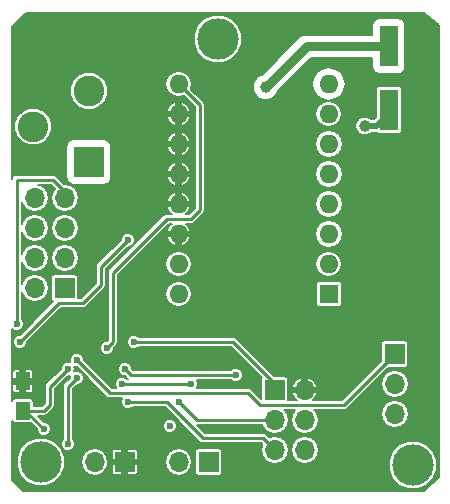
<source format=gbr>
G04 #@! TF.FileFunction,Copper,L1,Top,Signal*
%FSLAX46Y46*%
G04 Gerber Fmt 4.6, Leading zero omitted, Abs format (unit mm)*
G04 Created by KiCad (PCBNEW 4.0.7) date 06/13/18 22:56:11*
%MOMM*%
%LPD*%
G01*
G04 APERTURE LIST*
%ADD10C,0.100000*%
%ADD11C,3.500000*%
%ADD12R,1.600000X1.600000*%
%ADD13O,1.600000X1.600000*%
%ADD14R,1.250000X1.500000*%
%ADD15R,1.600000X3.500000*%
%ADD16R,1.700000X1.700000*%
%ADD17O,1.700000X1.700000*%
%ADD18R,2.600000X2.600000*%
%ADD19C,2.600000*%
%ADD20C,0.600000*%
%ADD21C,1.000000*%
%ADD22C,0.250000*%
%ADD23C,0.550000*%
%ADD24C,0.750000*%
%ADD25C,0.200000*%
G04 APERTURE END LIST*
D10*
D11*
X152654000Y-81026000D03*
X169164000Y-117094000D03*
X137668000Y-116840000D03*
D12*
X162052000Y-102616000D03*
D13*
X149352000Y-84836000D03*
X162052000Y-100076000D03*
X149352000Y-87376000D03*
X162052000Y-97536000D03*
X149352000Y-89916000D03*
X162052000Y-94996000D03*
X149352000Y-92456000D03*
X162052000Y-92456000D03*
X149352000Y-94996000D03*
X162052000Y-89916000D03*
X149352000Y-97536000D03*
X162052000Y-87376000D03*
X149352000Y-100076000D03*
X162052000Y-84836000D03*
X149352000Y-102616000D03*
D14*
X136144000Y-110002000D03*
X136144000Y-112502000D03*
D15*
X167132000Y-81628000D03*
X167132000Y-87028000D03*
D16*
X139700000Y-102108000D03*
D17*
X137160000Y-102108000D03*
X139700000Y-99568000D03*
X137160000Y-99568000D03*
X139700000Y-97028000D03*
X137160000Y-97028000D03*
X139700000Y-94488000D03*
X137160000Y-94488000D03*
D16*
X157480000Y-110744000D03*
D17*
X160020000Y-110744000D03*
X157480000Y-113284000D03*
X160020000Y-113284000D03*
X157480000Y-115824000D03*
X160020000Y-115824000D03*
D18*
X141732000Y-91440000D03*
D19*
X141732000Y-85440000D03*
X137032000Y-88440000D03*
D16*
X151892000Y-116840000D03*
D17*
X149352000Y-116840000D03*
D16*
X144780000Y-116840000D03*
D17*
X142240000Y-116840000D03*
D16*
X167640000Y-107696000D03*
D17*
X167640000Y-110236000D03*
X167640000Y-112776000D03*
D20*
X139954000Y-108966000D03*
X148590000Y-113792000D03*
X137922000Y-114046000D03*
D21*
X165100000Y-88392000D03*
D20*
X143256000Y-107188000D03*
X139954000Y-115316000D03*
X140716000Y-109728000D03*
X136652000Y-108458000D03*
X145542000Y-107696000D03*
X142748000Y-94488000D03*
X145034000Y-98044000D03*
X135890000Y-106680000D03*
D21*
X156718000Y-85090000D03*
D20*
X150368000Y-110236000D03*
X144526000Y-110236000D03*
X154178000Y-109474000D03*
X144780000Y-108966000D03*
X145542000Y-106680000D03*
X149352000Y-111760000D03*
X135636000Y-105156000D03*
X145034000Y-111760000D03*
X140716000Y-108204000D03*
D22*
X136144000Y-112502000D02*
X137942000Y-112502000D01*
X138430000Y-110490000D02*
X139954000Y-108966000D01*
X138430000Y-112014000D02*
X138430000Y-110490000D01*
X137942000Y-112502000D02*
X138430000Y-112014000D01*
X137922000Y-114046000D02*
X136378000Y-112502000D01*
X167132000Y-87028000D02*
X167132000Y-87376000D01*
D23*
X167132000Y-87376000D02*
X166116000Y-88392000D01*
X166116000Y-88392000D02*
X165100000Y-88392000D01*
D22*
X136144000Y-112502000D02*
X136378000Y-112502000D01*
X143256000Y-107188000D02*
X143764000Y-106680000D01*
X143764000Y-106680000D02*
X143764000Y-100838000D01*
X143764000Y-100838000D02*
X148336000Y-96266000D01*
X148336000Y-96266000D02*
X150368000Y-96266000D01*
X150368000Y-96266000D02*
X151130000Y-95504000D01*
X151130000Y-95504000D02*
X151130000Y-86614000D01*
X149352000Y-84836000D02*
X151130000Y-86614000D01*
X139954000Y-110490000D02*
X139954000Y-115316000D01*
X140716000Y-109728000D02*
X139954000Y-110490000D01*
X136144000Y-110002000D02*
X136144000Y-108966000D01*
X136144000Y-108966000D02*
X136652000Y-108458000D01*
X142748000Y-100330000D02*
X145034000Y-98044000D01*
X142748000Y-101854000D02*
X142748000Y-100330000D01*
X141224000Y-103378000D02*
X142748000Y-101854000D01*
X139192000Y-103378000D02*
X141224000Y-103378000D01*
X135890000Y-106680000D02*
X139192000Y-103378000D01*
D24*
X160180000Y-81628000D02*
X167132000Y-81628000D01*
X156718000Y-85090000D02*
X160180000Y-81628000D01*
D22*
X144526000Y-110236000D02*
X150368000Y-110236000D01*
X145288000Y-109474000D02*
X154178000Y-109474000D01*
X144780000Y-108966000D02*
X145288000Y-109474000D01*
X153924000Y-106680000D02*
X157480000Y-110236000D01*
X145542000Y-106680000D02*
X153924000Y-106680000D01*
X157480000Y-110236000D02*
X157480000Y-110744000D01*
X150876000Y-113284000D02*
X157480000Y-113284000D01*
X149352000Y-111760000D02*
X150876000Y-113284000D01*
X135636000Y-105156000D02*
X135636000Y-92964000D01*
X135636000Y-92964000D02*
X138684000Y-92964000D01*
X138684000Y-92964000D02*
X139700000Y-93980000D01*
X139700000Y-93980000D02*
X139700000Y-94488000D01*
X145034000Y-111760000D02*
X148336000Y-111760000D01*
X148336000Y-111760000D02*
X151384000Y-114808000D01*
X151384000Y-114808000D02*
X156464000Y-114808000D01*
X157480000Y-115824000D02*
X156464000Y-114808000D01*
X163322000Y-112014000D02*
X167640000Y-107696000D01*
X156210000Y-112014000D02*
X163322000Y-112014000D01*
X155194000Y-110998000D02*
X156210000Y-112014000D01*
X143510000Y-110998000D02*
X155194000Y-110998000D01*
X140716000Y-108204000D02*
X143510000Y-110998000D01*
D25*
G36*
X171350000Y-79804063D02*
X171350000Y-118068578D01*
X170138578Y-119280000D01*
X136185422Y-119280000D01*
X135228000Y-118322578D01*
X135228000Y-117245981D01*
X135617645Y-117245981D01*
X135929081Y-117999715D01*
X136505252Y-118576892D01*
X137258441Y-118889643D01*
X138073981Y-118890355D01*
X138827715Y-118578919D01*
X139404892Y-118002748D01*
X139717643Y-117249559D01*
X139718020Y-116817470D01*
X141090000Y-116817470D01*
X141090000Y-116862530D01*
X141177539Y-117302616D01*
X141426827Y-117675703D01*
X141799914Y-117924991D01*
X142240000Y-118012530D01*
X142680086Y-117924991D01*
X143053173Y-117675703D01*
X143302461Y-117302616D01*
X143342266Y-117102500D01*
X143680000Y-117102500D01*
X143680000Y-117739728D01*
X143718060Y-117831614D01*
X143788386Y-117901940D01*
X143880272Y-117940000D01*
X144517500Y-117940000D01*
X144580000Y-117877500D01*
X144580000Y-117040000D01*
X144980000Y-117040000D01*
X144980000Y-117877500D01*
X145042500Y-117940000D01*
X145679728Y-117940000D01*
X145771614Y-117901940D01*
X145841940Y-117831614D01*
X145880000Y-117739728D01*
X145880000Y-117102500D01*
X145817500Y-117040000D01*
X144980000Y-117040000D01*
X144580000Y-117040000D01*
X143742500Y-117040000D01*
X143680000Y-117102500D01*
X143342266Y-117102500D01*
X143390000Y-116862530D01*
X143390000Y-116817470D01*
X148202000Y-116817470D01*
X148202000Y-116862530D01*
X148289539Y-117302616D01*
X148538827Y-117675703D01*
X148911914Y-117924991D01*
X149352000Y-118012530D01*
X149792086Y-117924991D01*
X150165173Y-117675703D01*
X150414461Y-117302616D01*
X150502000Y-116862530D01*
X150502000Y-116817470D01*
X150414461Y-116377384D01*
X150165173Y-116004297D01*
X150143776Y-115990000D01*
X150736123Y-115990000D01*
X150736123Y-117690000D01*
X150757042Y-117801173D01*
X150822745Y-117903279D01*
X150922997Y-117971778D01*
X151042000Y-117995877D01*
X152742000Y-117995877D01*
X152853173Y-117974958D01*
X152955279Y-117909255D01*
X153023778Y-117809003D01*
X153047877Y-117690000D01*
X153047877Y-117499981D01*
X167113645Y-117499981D01*
X167425081Y-118253715D01*
X168001252Y-118830892D01*
X168754441Y-119143643D01*
X169569981Y-119144355D01*
X170323715Y-118832919D01*
X170900892Y-118256748D01*
X171213643Y-117503559D01*
X171214355Y-116688019D01*
X170902919Y-115934285D01*
X170326748Y-115357108D01*
X169573559Y-115044357D01*
X168758019Y-115043645D01*
X168004285Y-115355081D01*
X167427108Y-115931252D01*
X167114357Y-116684441D01*
X167113645Y-117499981D01*
X153047877Y-117499981D01*
X153047877Y-115990000D01*
X153026958Y-115878827D01*
X152961255Y-115776721D01*
X152861003Y-115708222D01*
X152742000Y-115684123D01*
X151042000Y-115684123D01*
X150930827Y-115705042D01*
X150828721Y-115770745D01*
X150760222Y-115870997D01*
X150736123Y-115990000D01*
X150143776Y-115990000D01*
X149792086Y-115755009D01*
X149352000Y-115667470D01*
X148911914Y-115755009D01*
X148538827Y-116004297D01*
X148289539Y-116377384D01*
X148202000Y-116817470D01*
X143390000Y-116817470D01*
X143302461Y-116377384D01*
X143053173Y-116004297D01*
X142957353Y-115940272D01*
X143680000Y-115940272D01*
X143680000Y-116577500D01*
X143742500Y-116640000D01*
X144580000Y-116640000D01*
X144580000Y-115802500D01*
X144980000Y-115802500D01*
X144980000Y-116640000D01*
X145817500Y-116640000D01*
X145880000Y-116577500D01*
X145880000Y-115940272D01*
X145841940Y-115848386D01*
X145771614Y-115778060D01*
X145679728Y-115740000D01*
X145042500Y-115740000D01*
X144980000Y-115802500D01*
X144580000Y-115802500D01*
X144517500Y-115740000D01*
X143880272Y-115740000D01*
X143788386Y-115778060D01*
X143718060Y-115848386D01*
X143680000Y-115940272D01*
X142957353Y-115940272D01*
X142680086Y-115755009D01*
X142240000Y-115667470D01*
X141799914Y-115755009D01*
X141426827Y-116004297D01*
X141177539Y-116377384D01*
X141090000Y-116817470D01*
X139718020Y-116817470D01*
X139718355Y-116434019D01*
X139406919Y-115680285D01*
X138830748Y-115103108D01*
X138077559Y-114790357D01*
X137262019Y-114789645D01*
X136508285Y-115101081D01*
X135931108Y-115677252D01*
X135618357Y-116430441D01*
X135617645Y-117245981D01*
X135228000Y-117245981D01*
X135228000Y-113331063D01*
X135234042Y-113363173D01*
X135299745Y-113465279D01*
X135399997Y-113533778D01*
X135519000Y-113557877D01*
X136769000Y-113557877D01*
X136822727Y-113547767D01*
X137321999Y-114047039D01*
X137321896Y-114164824D01*
X137413048Y-114385429D01*
X137581683Y-114554359D01*
X137802129Y-114645896D01*
X138040824Y-114646104D01*
X138261429Y-114554952D01*
X138430359Y-114386317D01*
X138521896Y-114165871D01*
X138522104Y-113927176D01*
X138430952Y-113706571D01*
X138262317Y-113537641D01*
X138041871Y-113446104D01*
X137923041Y-113446000D01*
X137404040Y-112927000D01*
X137942000Y-112927000D01*
X138077657Y-112900016D01*
X138104641Y-112894649D01*
X138242520Y-112802520D01*
X138730520Y-112314521D01*
X138822648Y-112176641D01*
X138822649Y-112176640D01*
X138855000Y-112014000D01*
X138855000Y-110666040D01*
X139955039Y-109566001D01*
X140072824Y-109566104D01*
X140146132Y-109535814D01*
X140116104Y-109608129D01*
X140116000Y-109726959D01*
X139653480Y-110189480D01*
X139561351Y-110327359D01*
X139561351Y-110327360D01*
X139529000Y-110490000D01*
X139529000Y-114892470D01*
X139445641Y-114975683D01*
X139354104Y-115196129D01*
X139353896Y-115434824D01*
X139445048Y-115655429D01*
X139613683Y-115824359D01*
X139834129Y-115915896D01*
X140072824Y-115916104D01*
X140293429Y-115824952D01*
X140462359Y-115656317D01*
X140553896Y-115435871D01*
X140554104Y-115197176D01*
X140462952Y-114976571D01*
X140379000Y-114892472D01*
X140379000Y-113910824D01*
X147989896Y-113910824D01*
X148081048Y-114131429D01*
X148249683Y-114300359D01*
X148470129Y-114391896D01*
X148708824Y-114392104D01*
X148929429Y-114300952D01*
X149098359Y-114132317D01*
X149189896Y-113911871D01*
X149190104Y-113673176D01*
X149098952Y-113452571D01*
X148930317Y-113283641D01*
X148709871Y-113192104D01*
X148471176Y-113191896D01*
X148250571Y-113283048D01*
X148081641Y-113451683D01*
X147990104Y-113672129D01*
X147989896Y-113910824D01*
X140379000Y-113910824D01*
X140379000Y-110666040D01*
X140717039Y-110328001D01*
X140834824Y-110328104D01*
X141055429Y-110236952D01*
X141224359Y-110068317D01*
X141315896Y-109847871D01*
X141316104Y-109609176D01*
X141224952Y-109388571D01*
X141056317Y-109219641D01*
X140835871Y-109128104D01*
X140597176Y-109127896D01*
X140523868Y-109158186D01*
X140553896Y-109085871D01*
X140554104Y-108847176D01*
X140523814Y-108773868D01*
X140596129Y-108803896D01*
X140714959Y-108804000D01*
X143209480Y-111298521D01*
X143347359Y-111390649D01*
X143510000Y-111423000D01*
X144524264Y-111423000D01*
X144434104Y-111640129D01*
X144433896Y-111878824D01*
X144525048Y-112099429D01*
X144693683Y-112268359D01*
X144914129Y-112359896D01*
X145152824Y-112360104D01*
X145373429Y-112268952D01*
X145457528Y-112185000D01*
X148159960Y-112185000D01*
X151083480Y-115108520D01*
X151221359Y-115200649D01*
X151384000Y-115233000D01*
X156287960Y-115233000D01*
X156412579Y-115357619D01*
X156395009Y-115383914D01*
X156307470Y-115824000D01*
X156395009Y-116264086D01*
X156644297Y-116637173D01*
X157017384Y-116886461D01*
X157457470Y-116974000D01*
X157502530Y-116974000D01*
X157942616Y-116886461D01*
X158315703Y-116637173D01*
X158564991Y-116264086D01*
X158652530Y-115824000D01*
X158847470Y-115824000D01*
X158935009Y-116264086D01*
X159184297Y-116637173D01*
X159557384Y-116886461D01*
X159997470Y-116974000D01*
X160042530Y-116974000D01*
X160482616Y-116886461D01*
X160855703Y-116637173D01*
X161104991Y-116264086D01*
X161192530Y-115824000D01*
X161104991Y-115383914D01*
X160855703Y-115010827D01*
X160482616Y-114761539D01*
X160042530Y-114674000D01*
X159997470Y-114674000D01*
X159557384Y-114761539D01*
X159184297Y-115010827D01*
X158935009Y-115383914D01*
X158847470Y-115824000D01*
X158652530Y-115824000D01*
X158564991Y-115383914D01*
X158315703Y-115010827D01*
X157942616Y-114761539D01*
X157502530Y-114674000D01*
X157457470Y-114674000D01*
X157018381Y-114761341D01*
X156764520Y-114507480D01*
X156626641Y-114415351D01*
X156599657Y-114409984D01*
X156464000Y-114383000D01*
X151560040Y-114383000D01*
X150886040Y-113709000D01*
X156392008Y-113709000D01*
X156395009Y-113724086D01*
X156644297Y-114097173D01*
X157017384Y-114346461D01*
X157457470Y-114434000D01*
X157502530Y-114434000D01*
X157942616Y-114346461D01*
X158315703Y-114097173D01*
X158564991Y-113724086D01*
X158652530Y-113284000D01*
X158564991Y-112843914D01*
X158315703Y-112470827D01*
X158268070Y-112439000D01*
X159231930Y-112439000D01*
X159184297Y-112470827D01*
X158935009Y-112843914D01*
X158847470Y-113284000D01*
X158935009Y-113724086D01*
X159184297Y-114097173D01*
X159557384Y-114346461D01*
X159997470Y-114434000D01*
X160042530Y-114434000D01*
X160482616Y-114346461D01*
X160855703Y-114097173D01*
X161104991Y-113724086D01*
X161192530Y-113284000D01*
X161104991Y-112843914D01*
X161059613Y-112776000D01*
X166467470Y-112776000D01*
X166555009Y-113216086D01*
X166804297Y-113589173D01*
X167177384Y-113838461D01*
X167617470Y-113926000D01*
X167662530Y-113926000D01*
X168102616Y-113838461D01*
X168475703Y-113589173D01*
X168724991Y-113216086D01*
X168812530Y-112776000D01*
X168724991Y-112335914D01*
X168475703Y-111962827D01*
X168102616Y-111713539D01*
X167662530Y-111626000D01*
X167617470Y-111626000D01*
X167177384Y-111713539D01*
X166804297Y-111962827D01*
X166555009Y-112335914D01*
X166467470Y-112776000D01*
X161059613Y-112776000D01*
X160855703Y-112470827D01*
X160808070Y-112439000D01*
X163322000Y-112439000D01*
X163457657Y-112412016D01*
X163484641Y-112406649D01*
X163622520Y-112314520D01*
X165701040Y-110236000D01*
X166467470Y-110236000D01*
X166555009Y-110676086D01*
X166804297Y-111049173D01*
X167177384Y-111298461D01*
X167617470Y-111386000D01*
X167662530Y-111386000D01*
X168102616Y-111298461D01*
X168475703Y-111049173D01*
X168724991Y-110676086D01*
X168812530Y-110236000D01*
X168724991Y-109795914D01*
X168475703Y-109422827D01*
X168102616Y-109173539D01*
X167662530Y-109086000D01*
X167617470Y-109086000D01*
X167177384Y-109173539D01*
X166804297Y-109422827D01*
X166555009Y-109795914D01*
X166467470Y-110236000D01*
X165701040Y-110236000D01*
X167085163Y-108851877D01*
X168490000Y-108851877D01*
X168601173Y-108830958D01*
X168703279Y-108765255D01*
X168771778Y-108665003D01*
X168795877Y-108546000D01*
X168795877Y-106846000D01*
X168774958Y-106734827D01*
X168709255Y-106632721D01*
X168609003Y-106564222D01*
X168490000Y-106540123D01*
X166790000Y-106540123D01*
X166678827Y-106561042D01*
X166576721Y-106626745D01*
X166508222Y-106726997D01*
X166484123Y-106846000D01*
X166484123Y-108250837D01*
X163145960Y-111589000D01*
X160709926Y-111589000D01*
X160755708Y-111561789D01*
X161012660Y-111217995D01*
X161057061Y-111110747D01*
X161038040Y-110944000D01*
X160220000Y-110944000D01*
X160220000Y-110964000D01*
X159820000Y-110964000D01*
X159820000Y-110944000D01*
X159001960Y-110944000D01*
X158982939Y-111110747D01*
X159027340Y-111217995D01*
X159284292Y-111561789D01*
X159330074Y-111589000D01*
X158635877Y-111589000D01*
X158635877Y-110377253D01*
X158982939Y-110377253D01*
X159001960Y-110544000D01*
X159820000Y-110544000D01*
X159820000Y-109724814D01*
X160220000Y-109724814D01*
X160220000Y-110544000D01*
X161038040Y-110544000D01*
X161057061Y-110377253D01*
X161012660Y-110270005D01*
X160755708Y-109926211D01*
X160386751Y-109706918D01*
X160220000Y-109724814D01*
X159820000Y-109724814D01*
X159653249Y-109706918D01*
X159284292Y-109926211D01*
X159027340Y-110270005D01*
X158982939Y-110377253D01*
X158635877Y-110377253D01*
X158635877Y-109894000D01*
X158614958Y-109782827D01*
X158549255Y-109680721D01*
X158449003Y-109612222D01*
X158330000Y-109588123D01*
X157433164Y-109588123D01*
X154224520Y-106379480D01*
X154086641Y-106287351D01*
X154059657Y-106281984D01*
X153924000Y-106255000D01*
X145965530Y-106255000D01*
X145882317Y-106171641D01*
X145661871Y-106080104D01*
X145423176Y-106079896D01*
X145202571Y-106171048D01*
X145033641Y-106339683D01*
X144942104Y-106560129D01*
X144941896Y-106798824D01*
X145033048Y-107019429D01*
X145201683Y-107188359D01*
X145422129Y-107279896D01*
X145660824Y-107280104D01*
X145881429Y-107188952D01*
X145965528Y-107105000D01*
X153747960Y-107105000D01*
X156376528Y-109733569D01*
X156348222Y-109774997D01*
X156324123Y-109894000D01*
X156324123Y-111527083D01*
X155494520Y-110697480D01*
X155356641Y-110605351D01*
X155329657Y-110599984D01*
X155194000Y-110573000D01*
X150877736Y-110573000D01*
X150967896Y-110355871D01*
X150968104Y-110117176D01*
X150877956Y-109899000D01*
X153754470Y-109899000D01*
X153837683Y-109982359D01*
X154058129Y-110073896D01*
X154296824Y-110074104D01*
X154517429Y-109982952D01*
X154686359Y-109814317D01*
X154777896Y-109593871D01*
X154778104Y-109355176D01*
X154686952Y-109134571D01*
X154518317Y-108965641D01*
X154297871Y-108874104D01*
X154059176Y-108873896D01*
X153838571Y-108965048D01*
X153754472Y-109049000D01*
X145464041Y-109049000D01*
X145380001Y-108964961D01*
X145380104Y-108847176D01*
X145288952Y-108626571D01*
X145120317Y-108457641D01*
X144899871Y-108366104D01*
X144661176Y-108365896D01*
X144440571Y-108457048D01*
X144271641Y-108625683D01*
X144180104Y-108846129D01*
X144179896Y-109084824D01*
X144271048Y-109305429D01*
X144439683Y-109474359D01*
X144660129Y-109565896D01*
X144778959Y-109566000D01*
X144987479Y-109774520D01*
X145042075Y-109811000D01*
X144949530Y-109811000D01*
X144866317Y-109727641D01*
X144645871Y-109636104D01*
X144407176Y-109635896D01*
X144186571Y-109727048D01*
X144017641Y-109895683D01*
X143926104Y-110116129D01*
X143925896Y-110354824D01*
X144016044Y-110573000D01*
X143686041Y-110573000D01*
X141316001Y-108202961D01*
X141316104Y-108085176D01*
X141224952Y-107864571D01*
X141056317Y-107695641D01*
X140835871Y-107604104D01*
X140597176Y-107603896D01*
X140376571Y-107695048D01*
X140207641Y-107863683D01*
X140116104Y-108084129D01*
X140115896Y-108322824D01*
X140146186Y-108396132D01*
X140073871Y-108366104D01*
X139835176Y-108365896D01*
X139614571Y-108457048D01*
X139445641Y-108625683D01*
X139354104Y-108846129D01*
X139354000Y-108964959D01*
X138129480Y-110189480D01*
X138037351Y-110327359D01*
X138037351Y-110327360D01*
X138005000Y-110490000D01*
X138005000Y-111837959D01*
X137765960Y-112077000D01*
X137074877Y-112077000D01*
X137074877Y-111752000D01*
X137053958Y-111640827D01*
X136988255Y-111538721D01*
X136888003Y-111470222D01*
X136769000Y-111446123D01*
X135519000Y-111446123D01*
X135407827Y-111467042D01*
X135305721Y-111532745D01*
X135237222Y-111632997D01*
X135228000Y-111678536D01*
X135228000Y-110264500D01*
X135269000Y-110264500D01*
X135269000Y-110801728D01*
X135307060Y-110893614D01*
X135377386Y-110963940D01*
X135469272Y-111002000D01*
X135881500Y-111002000D01*
X135944000Y-110939500D01*
X135944000Y-110202000D01*
X136344000Y-110202000D01*
X136344000Y-110939500D01*
X136406500Y-111002000D01*
X136818728Y-111002000D01*
X136910614Y-110963940D01*
X136980940Y-110893614D01*
X137019000Y-110801728D01*
X137019000Y-110264500D01*
X136956500Y-110202000D01*
X136344000Y-110202000D01*
X135944000Y-110202000D01*
X135331500Y-110202000D01*
X135269000Y-110264500D01*
X135228000Y-110264500D01*
X135228000Y-109202272D01*
X135269000Y-109202272D01*
X135269000Y-109739500D01*
X135331500Y-109802000D01*
X135944000Y-109802000D01*
X135944000Y-109064500D01*
X136344000Y-109064500D01*
X136344000Y-109802000D01*
X136956500Y-109802000D01*
X137019000Y-109739500D01*
X137019000Y-109202272D01*
X136980940Y-109110386D01*
X136910614Y-109040060D01*
X136818728Y-109002000D01*
X136406500Y-109002000D01*
X136344000Y-109064500D01*
X135944000Y-109064500D01*
X135881500Y-109002000D01*
X135469272Y-109002000D01*
X135377386Y-109040060D01*
X135307060Y-109110386D01*
X135269000Y-109202272D01*
X135228000Y-109202272D01*
X135228000Y-107306824D01*
X142655896Y-107306824D01*
X142747048Y-107527429D01*
X142915683Y-107696359D01*
X143136129Y-107787896D01*
X143374824Y-107788104D01*
X143595429Y-107696952D01*
X143764359Y-107528317D01*
X143855896Y-107307871D01*
X143856000Y-107189041D01*
X144064520Y-106980521D01*
X144156648Y-106842641D01*
X144156649Y-106842640D01*
X144189000Y-106680000D01*
X144189000Y-102616000D01*
X148230450Y-102616000D01*
X148314183Y-103036952D01*
X148552633Y-103393817D01*
X148909498Y-103632267D01*
X149330450Y-103716000D01*
X149373550Y-103716000D01*
X149794502Y-103632267D01*
X150151367Y-103393817D01*
X150389817Y-103036952D01*
X150473550Y-102616000D01*
X150389817Y-102195048D01*
X150151367Y-101838183D01*
X150118168Y-101816000D01*
X160946123Y-101816000D01*
X160946123Y-103416000D01*
X160967042Y-103527173D01*
X161032745Y-103629279D01*
X161132997Y-103697778D01*
X161252000Y-103721877D01*
X162852000Y-103721877D01*
X162963173Y-103700958D01*
X163065279Y-103635255D01*
X163133778Y-103535003D01*
X163157877Y-103416000D01*
X163157877Y-101816000D01*
X163136958Y-101704827D01*
X163071255Y-101602721D01*
X162971003Y-101534222D01*
X162852000Y-101510123D01*
X161252000Y-101510123D01*
X161140827Y-101531042D01*
X161038721Y-101596745D01*
X160970222Y-101696997D01*
X160946123Y-101816000D01*
X150118168Y-101816000D01*
X149794502Y-101599733D01*
X149373550Y-101516000D01*
X149330450Y-101516000D01*
X148909498Y-101599733D01*
X148552633Y-101838183D01*
X148314183Y-102195048D01*
X148230450Y-102616000D01*
X144189000Y-102616000D01*
X144189000Y-101014040D01*
X145127040Y-100076000D01*
X148230450Y-100076000D01*
X148314183Y-100496952D01*
X148552633Y-100853817D01*
X148909498Y-101092267D01*
X149330450Y-101176000D01*
X149373550Y-101176000D01*
X149794502Y-101092267D01*
X150151367Y-100853817D01*
X150389817Y-100496952D01*
X150473550Y-100076000D01*
X160930450Y-100076000D01*
X161014183Y-100496952D01*
X161252633Y-100853817D01*
X161609498Y-101092267D01*
X162030450Y-101176000D01*
X162073550Y-101176000D01*
X162494502Y-101092267D01*
X162851367Y-100853817D01*
X163089817Y-100496952D01*
X163173550Y-100076000D01*
X163089817Y-99655048D01*
X162851367Y-99298183D01*
X162494502Y-99059733D01*
X162073550Y-98976000D01*
X162030450Y-98976000D01*
X161609498Y-99059733D01*
X161252633Y-99298183D01*
X161014183Y-99655048D01*
X160930450Y-100076000D01*
X150473550Y-100076000D01*
X150389817Y-99655048D01*
X150151367Y-99298183D01*
X149794502Y-99059733D01*
X149373550Y-98976000D01*
X149330450Y-98976000D01*
X148909498Y-99059733D01*
X148552633Y-99298183D01*
X148314183Y-99655048D01*
X148230450Y-100076000D01*
X145127040Y-100076000D01*
X147308253Y-97894787D01*
X148365201Y-97894787D01*
X148400510Y-97980085D01*
X148642882Y-98310400D01*
X148993210Y-98522820D01*
X149152000Y-98504298D01*
X149152000Y-97736000D01*
X149552000Y-97736000D01*
X149552000Y-98504298D01*
X149710790Y-98522820D01*
X150061118Y-98310400D01*
X150303490Y-97980085D01*
X150338799Y-97894787D01*
X150319035Y-97736000D01*
X149552000Y-97736000D01*
X149152000Y-97736000D01*
X148384965Y-97736000D01*
X148365201Y-97894787D01*
X147308253Y-97894787D01*
X147667040Y-97536000D01*
X160879470Y-97536000D01*
X160967009Y-97976086D01*
X161216297Y-98349173D01*
X161589384Y-98598461D01*
X162029470Y-98686000D01*
X162074530Y-98686000D01*
X162514616Y-98598461D01*
X162887703Y-98349173D01*
X163136991Y-97976086D01*
X163224530Y-97536000D01*
X163136991Y-97095914D01*
X162887703Y-96722827D01*
X162514616Y-96473539D01*
X162074530Y-96386000D01*
X162029470Y-96386000D01*
X161589384Y-96473539D01*
X161216297Y-96722827D01*
X160967009Y-97095914D01*
X160879470Y-97536000D01*
X147667040Y-97536000D01*
X148512041Y-96691000D01*
X148759317Y-96691000D01*
X148642882Y-96761600D01*
X148400510Y-97091915D01*
X148365201Y-97177213D01*
X148384965Y-97336000D01*
X149152000Y-97336000D01*
X149152000Y-97316000D01*
X149552000Y-97316000D01*
X149552000Y-97336000D01*
X150319035Y-97336000D01*
X150338799Y-97177213D01*
X150303490Y-97091915D01*
X150061118Y-96761600D01*
X149944683Y-96691000D01*
X150368000Y-96691000D01*
X150503657Y-96664016D01*
X150530641Y-96658649D01*
X150668520Y-96566520D01*
X151430521Y-95804520D01*
X151522649Y-95666641D01*
X151555000Y-95504000D01*
X151555000Y-94996000D01*
X160879470Y-94996000D01*
X160967009Y-95436086D01*
X161216297Y-95809173D01*
X161589384Y-96058461D01*
X162029470Y-96146000D01*
X162074530Y-96146000D01*
X162514616Y-96058461D01*
X162887703Y-95809173D01*
X163136991Y-95436086D01*
X163224530Y-94996000D01*
X163136991Y-94555914D01*
X162887703Y-94182827D01*
X162514616Y-93933539D01*
X162074530Y-93846000D01*
X162029470Y-93846000D01*
X161589384Y-93933539D01*
X161216297Y-94182827D01*
X160967009Y-94555914D01*
X160879470Y-94996000D01*
X151555000Y-94996000D01*
X151555000Y-92456000D01*
X160879470Y-92456000D01*
X160967009Y-92896086D01*
X161216297Y-93269173D01*
X161589384Y-93518461D01*
X162029470Y-93606000D01*
X162074530Y-93606000D01*
X162514616Y-93518461D01*
X162887703Y-93269173D01*
X163136991Y-92896086D01*
X163224530Y-92456000D01*
X163136991Y-92015914D01*
X162887703Y-91642827D01*
X162514616Y-91393539D01*
X162074530Y-91306000D01*
X162029470Y-91306000D01*
X161589384Y-91393539D01*
X161216297Y-91642827D01*
X160967009Y-92015914D01*
X160879470Y-92456000D01*
X151555000Y-92456000D01*
X151555000Y-89916000D01*
X160879470Y-89916000D01*
X160967009Y-90356086D01*
X161216297Y-90729173D01*
X161589384Y-90978461D01*
X162029470Y-91066000D01*
X162074530Y-91066000D01*
X162514616Y-90978461D01*
X162887703Y-90729173D01*
X163136991Y-90356086D01*
X163224530Y-89916000D01*
X163136991Y-89475914D01*
X162887703Y-89102827D01*
X162514616Y-88853539D01*
X162074530Y-88766000D01*
X162029470Y-88766000D01*
X161589384Y-88853539D01*
X161216297Y-89102827D01*
X160967009Y-89475914D01*
X160879470Y-89916000D01*
X151555000Y-89916000D01*
X151555000Y-88550432D01*
X164299861Y-88550432D01*
X164421397Y-88844572D01*
X164646245Y-89069812D01*
X164940172Y-89191861D01*
X165258432Y-89192139D01*
X165552572Y-89070603D01*
X165656356Y-88967000D01*
X166097122Y-88967000D01*
X166112745Y-88991279D01*
X166212997Y-89059778D01*
X166332000Y-89083877D01*
X167932000Y-89083877D01*
X168043173Y-89062958D01*
X168145279Y-88997255D01*
X168213778Y-88897003D01*
X168237877Y-88778000D01*
X168237877Y-85278000D01*
X168216958Y-85166827D01*
X168151255Y-85064721D01*
X168051003Y-84996222D01*
X167932000Y-84972123D01*
X166332000Y-84972123D01*
X166220827Y-84993042D01*
X166118721Y-85058745D01*
X166050222Y-85158997D01*
X166026123Y-85278000D01*
X166026123Y-87668705D01*
X165877828Y-87817000D01*
X165656388Y-87817000D01*
X165553755Y-87714188D01*
X165259828Y-87592139D01*
X164941568Y-87591861D01*
X164647428Y-87713397D01*
X164422188Y-87938245D01*
X164300139Y-88232172D01*
X164299861Y-88550432D01*
X151555000Y-88550432D01*
X151555000Y-87376000D01*
X160930450Y-87376000D01*
X161014183Y-87796952D01*
X161252633Y-88153817D01*
X161609498Y-88392267D01*
X162030450Y-88476000D01*
X162073550Y-88476000D01*
X162494502Y-88392267D01*
X162851367Y-88153817D01*
X163089817Y-87796952D01*
X163173550Y-87376000D01*
X163089817Y-86955048D01*
X162851367Y-86598183D01*
X162494502Y-86359733D01*
X162073550Y-86276000D01*
X162030450Y-86276000D01*
X161609498Y-86359733D01*
X161252633Y-86598183D01*
X161014183Y-86955048D01*
X160930450Y-87376000D01*
X151555000Y-87376000D01*
X151555000Y-86614000D01*
X151552812Y-86603000D01*
X151522649Y-86451359D01*
X151430521Y-86313480D01*
X150424885Y-85307844D01*
X155617810Y-85307844D01*
X155784922Y-85712286D01*
X156094087Y-86021991D01*
X156498237Y-86189808D01*
X156935844Y-86190190D01*
X157340286Y-86023078D01*
X157649991Y-85713913D01*
X157775709Y-85411149D01*
X158350858Y-84836000D01*
X160624572Y-84836000D01*
X160731141Y-85371757D01*
X161034623Y-85825949D01*
X161488815Y-86129431D01*
X162024572Y-86236000D01*
X162079428Y-86236000D01*
X162615185Y-86129431D01*
X163069377Y-85825949D01*
X163372859Y-85371757D01*
X163479428Y-84836000D01*
X163372859Y-84300243D01*
X163069377Y-83846051D01*
X162615185Y-83542569D01*
X162079428Y-83436000D01*
X162024572Y-83436000D01*
X161488815Y-83542569D01*
X161034623Y-83846051D01*
X160731141Y-84300243D01*
X160624572Y-84836000D01*
X158350858Y-84836000D01*
X160583858Y-82603000D01*
X165720246Y-82603000D01*
X165720246Y-83378000D01*
X165762083Y-83600346D01*
X165893490Y-83804558D01*
X166093993Y-83941556D01*
X166332000Y-83989754D01*
X167932000Y-83989754D01*
X168154346Y-83947917D01*
X168358558Y-83816510D01*
X168495556Y-83616007D01*
X168543754Y-83378000D01*
X168543754Y-79878000D01*
X168501917Y-79655654D01*
X168370510Y-79451442D01*
X168170007Y-79314444D01*
X167932000Y-79266246D01*
X166332000Y-79266246D01*
X166109654Y-79308083D01*
X165905442Y-79439490D01*
X165768444Y-79639993D01*
X165720246Y-79878000D01*
X165720246Y-80653000D01*
X160180000Y-80653000D01*
X159806884Y-80727217D01*
X159806882Y-80727218D01*
X159806883Y-80727218D01*
X159490571Y-80938571D01*
X156396504Y-84032638D01*
X156095714Y-84156922D01*
X155786009Y-84466087D01*
X155618192Y-84870237D01*
X155617810Y-85307844D01*
X150424885Y-85307844D01*
X150383479Y-85266438D01*
X150389817Y-85256952D01*
X150473550Y-84836000D01*
X150389817Y-84415048D01*
X150151367Y-84058183D01*
X149794502Y-83819733D01*
X149373550Y-83736000D01*
X149330450Y-83736000D01*
X148909498Y-83819733D01*
X148552633Y-84058183D01*
X148314183Y-84415048D01*
X148230450Y-84836000D01*
X148314183Y-85256952D01*
X148552633Y-85613817D01*
X148909498Y-85852267D01*
X149330450Y-85936000D01*
X149373550Y-85936000D01*
X149771752Y-85856792D01*
X150705000Y-86790041D01*
X150705000Y-95327959D01*
X150191960Y-95841000D01*
X149944683Y-95841000D01*
X150061118Y-95770400D01*
X150303490Y-95440085D01*
X150338799Y-95354787D01*
X150319035Y-95196000D01*
X149552000Y-95196000D01*
X149552000Y-95216000D01*
X149152000Y-95216000D01*
X149152000Y-95196000D01*
X148384965Y-95196000D01*
X148365201Y-95354787D01*
X148400510Y-95440085D01*
X148642882Y-95770400D01*
X148759317Y-95841000D01*
X148336000Y-95841000D01*
X148173360Y-95873351D01*
X148138492Y-95896649D01*
X148035479Y-95965480D01*
X143463480Y-100537480D01*
X143371351Y-100675359D01*
X143371351Y-100675360D01*
X143339000Y-100838000D01*
X143339000Y-106503959D01*
X143254961Y-106587999D01*
X143137176Y-106587896D01*
X142916571Y-106679048D01*
X142747641Y-106847683D01*
X142656104Y-107068129D01*
X142655896Y-107306824D01*
X135228000Y-107306824D01*
X135228000Y-106798824D01*
X135289896Y-106798824D01*
X135381048Y-107019429D01*
X135549683Y-107188359D01*
X135770129Y-107279896D01*
X136008824Y-107280104D01*
X136229429Y-107188952D01*
X136398359Y-107020317D01*
X136489896Y-106799871D01*
X136490000Y-106681041D01*
X139368041Y-103803000D01*
X141224000Y-103803000D01*
X141359657Y-103776016D01*
X141386641Y-103770649D01*
X141524520Y-103678520D01*
X143048520Y-102154521D01*
X143140648Y-102016641D01*
X143140649Y-102016640D01*
X143173000Y-101854000D01*
X143173000Y-100506040D01*
X145035040Y-98644001D01*
X145152824Y-98644104D01*
X145373429Y-98552952D01*
X145542359Y-98384317D01*
X145633896Y-98163871D01*
X145634104Y-97925176D01*
X145542952Y-97704571D01*
X145374317Y-97535641D01*
X145153871Y-97444104D01*
X144915176Y-97443896D01*
X144694571Y-97535048D01*
X144525641Y-97703683D01*
X144434104Y-97924129D01*
X144434000Y-98042959D01*
X142447480Y-100029480D01*
X142355351Y-100167359D01*
X142355351Y-100167360D01*
X142323000Y-100330000D01*
X142323000Y-101677959D01*
X141047960Y-102953000D01*
X140855877Y-102953000D01*
X140855877Y-101258000D01*
X140834958Y-101146827D01*
X140769255Y-101044721D01*
X140669003Y-100976222D01*
X140550000Y-100952123D01*
X138850000Y-100952123D01*
X138738827Y-100973042D01*
X138636721Y-101038745D01*
X138568222Y-101138997D01*
X138544123Y-101258000D01*
X138544123Y-102958000D01*
X138565042Y-103069173D01*
X138630745Y-103171279D01*
X138729918Y-103239041D01*
X135888961Y-106079999D01*
X135771176Y-106079896D01*
X135550571Y-106171048D01*
X135381641Y-106339683D01*
X135290104Y-106560129D01*
X135289896Y-106798824D01*
X135228000Y-106798824D01*
X135228000Y-105596558D01*
X135295683Y-105664359D01*
X135516129Y-105755896D01*
X135754824Y-105756104D01*
X135975429Y-105664952D01*
X136144359Y-105496317D01*
X136235896Y-105275871D01*
X136236104Y-105037176D01*
X136144952Y-104816571D01*
X136061000Y-104732472D01*
X136061000Y-102477658D01*
X136075009Y-102548086D01*
X136324297Y-102921173D01*
X136697384Y-103170461D01*
X137137470Y-103258000D01*
X137182530Y-103258000D01*
X137622616Y-103170461D01*
X137995703Y-102921173D01*
X138244991Y-102548086D01*
X138332530Y-102108000D01*
X138244991Y-101667914D01*
X137995703Y-101294827D01*
X137622616Y-101045539D01*
X137182530Y-100958000D01*
X137137470Y-100958000D01*
X136697384Y-101045539D01*
X136324297Y-101294827D01*
X136075009Y-101667914D01*
X136061000Y-101738342D01*
X136061000Y-99937658D01*
X136075009Y-100008086D01*
X136324297Y-100381173D01*
X136697384Y-100630461D01*
X137137470Y-100718000D01*
X137182530Y-100718000D01*
X137622616Y-100630461D01*
X137995703Y-100381173D01*
X138244991Y-100008086D01*
X138332530Y-99568000D01*
X138527470Y-99568000D01*
X138615009Y-100008086D01*
X138864297Y-100381173D01*
X139237384Y-100630461D01*
X139677470Y-100718000D01*
X139722530Y-100718000D01*
X140162616Y-100630461D01*
X140535703Y-100381173D01*
X140784991Y-100008086D01*
X140872530Y-99568000D01*
X140784991Y-99127914D01*
X140535703Y-98754827D01*
X140162616Y-98505539D01*
X139722530Y-98418000D01*
X139677470Y-98418000D01*
X139237384Y-98505539D01*
X138864297Y-98754827D01*
X138615009Y-99127914D01*
X138527470Y-99568000D01*
X138332530Y-99568000D01*
X138244991Y-99127914D01*
X137995703Y-98754827D01*
X137622616Y-98505539D01*
X137182530Y-98418000D01*
X137137470Y-98418000D01*
X136697384Y-98505539D01*
X136324297Y-98754827D01*
X136075009Y-99127914D01*
X136061000Y-99198342D01*
X136061000Y-97397658D01*
X136075009Y-97468086D01*
X136324297Y-97841173D01*
X136697384Y-98090461D01*
X137137470Y-98178000D01*
X137182530Y-98178000D01*
X137622616Y-98090461D01*
X137995703Y-97841173D01*
X138244991Y-97468086D01*
X138332530Y-97028000D01*
X138527470Y-97028000D01*
X138615009Y-97468086D01*
X138864297Y-97841173D01*
X139237384Y-98090461D01*
X139677470Y-98178000D01*
X139722530Y-98178000D01*
X140162616Y-98090461D01*
X140535703Y-97841173D01*
X140784991Y-97468086D01*
X140872530Y-97028000D01*
X140784991Y-96587914D01*
X140535703Y-96214827D01*
X140162616Y-95965539D01*
X139722530Y-95878000D01*
X139677470Y-95878000D01*
X139237384Y-95965539D01*
X138864297Y-96214827D01*
X138615009Y-96587914D01*
X138527470Y-97028000D01*
X138332530Y-97028000D01*
X138244991Y-96587914D01*
X137995703Y-96214827D01*
X137622616Y-95965539D01*
X137182530Y-95878000D01*
X137137470Y-95878000D01*
X136697384Y-95965539D01*
X136324297Y-96214827D01*
X136075009Y-96587914D01*
X136061000Y-96658342D01*
X136061000Y-94857658D01*
X136075009Y-94928086D01*
X136324297Y-95301173D01*
X136697384Y-95550461D01*
X137137470Y-95638000D01*
X137182530Y-95638000D01*
X137622616Y-95550461D01*
X137995703Y-95301173D01*
X138244991Y-94928086D01*
X138332530Y-94488000D01*
X138244991Y-94047914D01*
X137995703Y-93674827D01*
X137622616Y-93425539D01*
X137438923Y-93389000D01*
X138507960Y-93389000D01*
X138836055Y-93717095D01*
X138615009Y-94047914D01*
X138527470Y-94488000D01*
X138615009Y-94928086D01*
X138864297Y-95301173D01*
X139237384Y-95550461D01*
X139677470Y-95638000D01*
X139722530Y-95638000D01*
X140162616Y-95550461D01*
X140535703Y-95301173D01*
X140784991Y-94928086D01*
X140842849Y-94637213D01*
X148365201Y-94637213D01*
X148384965Y-94796000D01*
X149152000Y-94796000D01*
X149152000Y-94027702D01*
X149552000Y-94027702D01*
X149552000Y-94796000D01*
X150319035Y-94796000D01*
X150338799Y-94637213D01*
X150303490Y-94551915D01*
X150061118Y-94221600D01*
X149710790Y-94009180D01*
X149552000Y-94027702D01*
X149152000Y-94027702D01*
X148993210Y-94009180D01*
X148642882Y-94221600D01*
X148400510Y-94551915D01*
X148365201Y-94637213D01*
X140842849Y-94637213D01*
X140872530Y-94488000D01*
X140784991Y-94047914D01*
X140535703Y-93674827D01*
X140162616Y-93425539D01*
X139722530Y-93338000D01*
X139677470Y-93338000D01*
X139662098Y-93341058D01*
X138984520Y-92663480D01*
X138846641Y-92571351D01*
X138819657Y-92565984D01*
X138684000Y-92539000D01*
X135636000Y-92539000D01*
X135473360Y-92571351D01*
X135335480Y-92663480D01*
X135243351Y-92801360D01*
X135228000Y-92878535D01*
X135228000Y-90140000D01*
X139820246Y-90140000D01*
X139820246Y-92740000D01*
X139862083Y-92962346D01*
X139993490Y-93166558D01*
X140193993Y-93303556D01*
X140432000Y-93351754D01*
X143032000Y-93351754D01*
X143254346Y-93309917D01*
X143458558Y-93178510D01*
X143595556Y-92978007D01*
X143628609Y-92814787D01*
X148365201Y-92814787D01*
X148400510Y-92900085D01*
X148642882Y-93230400D01*
X148993210Y-93442820D01*
X149152000Y-93424298D01*
X149152000Y-92656000D01*
X149552000Y-92656000D01*
X149552000Y-93424298D01*
X149710790Y-93442820D01*
X150061118Y-93230400D01*
X150303490Y-92900085D01*
X150338799Y-92814787D01*
X150319035Y-92656000D01*
X149552000Y-92656000D01*
X149152000Y-92656000D01*
X148384965Y-92656000D01*
X148365201Y-92814787D01*
X143628609Y-92814787D01*
X143643754Y-92740000D01*
X143643754Y-92097213D01*
X148365201Y-92097213D01*
X148384965Y-92256000D01*
X149152000Y-92256000D01*
X149152000Y-91487702D01*
X149552000Y-91487702D01*
X149552000Y-92256000D01*
X150319035Y-92256000D01*
X150338799Y-92097213D01*
X150303490Y-92011915D01*
X150061118Y-91681600D01*
X149710790Y-91469180D01*
X149552000Y-91487702D01*
X149152000Y-91487702D01*
X148993210Y-91469180D01*
X148642882Y-91681600D01*
X148400510Y-92011915D01*
X148365201Y-92097213D01*
X143643754Y-92097213D01*
X143643754Y-90274787D01*
X148365201Y-90274787D01*
X148400510Y-90360085D01*
X148642882Y-90690400D01*
X148993210Y-90902820D01*
X149152000Y-90884298D01*
X149152000Y-90116000D01*
X149552000Y-90116000D01*
X149552000Y-90884298D01*
X149710790Y-90902820D01*
X150061118Y-90690400D01*
X150303490Y-90360085D01*
X150338799Y-90274787D01*
X150319035Y-90116000D01*
X149552000Y-90116000D01*
X149152000Y-90116000D01*
X148384965Y-90116000D01*
X148365201Y-90274787D01*
X143643754Y-90274787D01*
X143643754Y-90140000D01*
X143601917Y-89917654D01*
X143470510Y-89713442D01*
X143270007Y-89576444D01*
X143175043Y-89557213D01*
X148365201Y-89557213D01*
X148384965Y-89716000D01*
X149152000Y-89716000D01*
X149152000Y-88947702D01*
X149552000Y-88947702D01*
X149552000Y-89716000D01*
X150319035Y-89716000D01*
X150338799Y-89557213D01*
X150303490Y-89471915D01*
X150061118Y-89141600D01*
X149710790Y-88929180D01*
X149552000Y-88947702D01*
X149152000Y-88947702D01*
X148993210Y-88929180D01*
X148642882Y-89141600D01*
X148400510Y-89471915D01*
X148365201Y-89557213D01*
X143175043Y-89557213D01*
X143032000Y-89528246D01*
X140432000Y-89528246D01*
X140209654Y-89570083D01*
X140005442Y-89701490D01*
X139868444Y-89901993D01*
X139820246Y-90140000D01*
X135228000Y-90140000D01*
X135228000Y-88756863D01*
X135431723Y-88756863D01*
X135674795Y-89345143D01*
X136124489Y-89795623D01*
X136712344Y-90039722D01*
X137348863Y-90040277D01*
X137937143Y-89797205D01*
X138387623Y-89347511D01*
X138631722Y-88759656D01*
X138632277Y-88123137D01*
X138471815Y-87734787D01*
X148365201Y-87734787D01*
X148400510Y-87820085D01*
X148642882Y-88150400D01*
X148993210Y-88362820D01*
X149152000Y-88344298D01*
X149152000Y-87576000D01*
X149552000Y-87576000D01*
X149552000Y-88344298D01*
X149710790Y-88362820D01*
X150061118Y-88150400D01*
X150303490Y-87820085D01*
X150338799Y-87734787D01*
X150319035Y-87576000D01*
X149552000Y-87576000D01*
X149152000Y-87576000D01*
X148384965Y-87576000D01*
X148365201Y-87734787D01*
X138471815Y-87734787D01*
X138389205Y-87534857D01*
X137939511Y-87084377D01*
X137351656Y-86840278D01*
X136715137Y-86839723D01*
X136126857Y-87082795D01*
X135676377Y-87532489D01*
X135432278Y-88120344D01*
X135431723Y-88756863D01*
X135228000Y-88756863D01*
X135228000Y-85756863D01*
X140131723Y-85756863D01*
X140374795Y-86345143D01*
X140824489Y-86795623D01*
X141412344Y-87039722D01*
X142048863Y-87040277D01*
X142104682Y-87017213D01*
X148365201Y-87017213D01*
X148384965Y-87176000D01*
X149152000Y-87176000D01*
X149152000Y-86407702D01*
X149552000Y-86407702D01*
X149552000Y-87176000D01*
X150319035Y-87176000D01*
X150338799Y-87017213D01*
X150303490Y-86931915D01*
X150061118Y-86601600D01*
X149710790Y-86389180D01*
X149552000Y-86407702D01*
X149152000Y-86407702D01*
X148993210Y-86389180D01*
X148642882Y-86601600D01*
X148400510Y-86931915D01*
X148365201Y-87017213D01*
X142104682Y-87017213D01*
X142637143Y-86797205D01*
X143087623Y-86347511D01*
X143331722Y-85759656D01*
X143332277Y-85123137D01*
X143089205Y-84534857D01*
X142639511Y-84084377D01*
X142051656Y-83840278D01*
X141415137Y-83839723D01*
X140826857Y-84082795D01*
X140376377Y-84532489D01*
X140132278Y-85120344D01*
X140131723Y-85756863D01*
X135228000Y-85756863D01*
X135228000Y-81431981D01*
X150603645Y-81431981D01*
X150915081Y-82185715D01*
X151491252Y-82762892D01*
X152244441Y-83075643D01*
X153059981Y-83076355D01*
X153813715Y-82764919D01*
X154390892Y-82188748D01*
X154703643Y-81435559D01*
X154704355Y-80620019D01*
X154392919Y-79866285D01*
X153816748Y-79289108D01*
X153063559Y-78976357D01*
X152248019Y-78975645D01*
X151494285Y-79287081D01*
X150917108Y-79863252D01*
X150604357Y-80616441D01*
X150603645Y-81431981D01*
X135228000Y-81431981D01*
X135228000Y-80051422D01*
X136439422Y-78840000D01*
X170144921Y-78840000D01*
X171350000Y-79804063D01*
X171350000Y-79804063D01*
G37*
X171350000Y-79804063D02*
X171350000Y-118068578D01*
X170138578Y-119280000D01*
X136185422Y-119280000D01*
X135228000Y-118322578D01*
X135228000Y-117245981D01*
X135617645Y-117245981D01*
X135929081Y-117999715D01*
X136505252Y-118576892D01*
X137258441Y-118889643D01*
X138073981Y-118890355D01*
X138827715Y-118578919D01*
X139404892Y-118002748D01*
X139717643Y-117249559D01*
X139718020Y-116817470D01*
X141090000Y-116817470D01*
X141090000Y-116862530D01*
X141177539Y-117302616D01*
X141426827Y-117675703D01*
X141799914Y-117924991D01*
X142240000Y-118012530D01*
X142680086Y-117924991D01*
X143053173Y-117675703D01*
X143302461Y-117302616D01*
X143342266Y-117102500D01*
X143680000Y-117102500D01*
X143680000Y-117739728D01*
X143718060Y-117831614D01*
X143788386Y-117901940D01*
X143880272Y-117940000D01*
X144517500Y-117940000D01*
X144580000Y-117877500D01*
X144580000Y-117040000D01*
X144980000Y-117040000D01*
X144980000Y-117877500D01*
X145042500Y-117940000D01*
X145679728Y-117940000D01*
X145771614Y-117901940D01*
X145841940Y-117831614D01*
X145880000Y-117739728D01*
X145880000Y-117102500D01*
X145817500Y-117040000D01*
X144980000Y-117040000D01*
X144580000Y-117040000D01*
X143742500Y-117040000D01*
X143680000Y-117102500D01*
X143342266Y-117102500D01*
X143390000Y-116862530D01*
X143390000Y-116817470D01*
X148202000Y-116817470D01*
X148202000Y-116862530D01*
X148289539Y-117302616D01*
X148538827Y-117675703D01*
X148911914Y-117924991D01*
X149352000Y-118012530D01*
X149792086Y-117924991D01*
X150165173Y-117675703D01*
X150414461Y-117302616D01*
X150502000Y-116862530D01*
X150502000Y-116817470D01*
X150414461Y-116377384D01*
X150165173Y-116004297D01*
X150143776Y-115990000D01*
X150736123Y-115990000D01*
X150736123Y-117690000D01*
X150757042Y-117801173D01*
X150822745Y-117903279D01*
X150922997Y-117971778D01*
X151042000Y-117995877D01*
X152742000Y-117995877D01*
X152853173Y-117974958D01*
X152955279Y-117909255D01*
X153023778Y-117809003D01*
X153047877Y-117690000D01*
X153047877Y-117499981D01*
X167113645Y-117499981D01*
X167425081Y-118253715D01*
X168001252Y-118830892D01*
X168754441Y-119143643D01*
X169569981Y-119144355D01*
X170323715Y-118832919D01*
X170900892Y-118256748D01*
X171213643Y-117503559D01*
X171214355Y-116688019D01*
X170902919Y-115934285D01*
X170326748Y-115357108D01*
X169573559Y-115044357D01*
X168758019Y-115043645D01*
X168004285Y-115355081D01*
X167427108Y-115931252D01*
X167114357Y-116684441D01*
X167113645Y-117499981D01*
X153047877Y-117499981D01*
X153047877Y-115990000D01*
X153026958Y-115878827D01*
X152961255Y-115776721D01*
X152861003Y-115708222D01*
X152742000Y-115684123D01*
X151042000Y-115684123D01*
X150930827Y-115705042D01*
X150828721Y-115770745D01*
X150760222Y-115870997D01*
X150736123Y-115990000D01*
X150143776Y-115990000D01*
X149792086Y-115755009D01*
X149352000Y-115667470D01*
X148911914Y-115755009D01*
X148538827Y-116004297D01*
X148289539Y-116377384D01*
X148202000Y-116817470D01*
X143390000Y-116817470D01*
X143302461Y-116377384D01*
X143053173Y-116004297D01*
X142957353Y-115940272D01*
X143680000Y-115940272D01*
X143680000Y-116577500D01*
X143742500Y-116640000D01*
X144580000Y-116640000D01*
X144580000Y-115802500D01*
X144980000Y-115802500D01*
X144980000Y-116640000D01*
X145817500Y-116640000D01*
X145880000Y-116577500D01*
X145880000Y-115940272D01*
X145841940Y-115848386D01*
X145771614Y-115778060D01*
X145679728Y-115740000D01*
X145042500Y-115740000D01*
X144980000Y-115802500D01*
X144580000Y-115802500D01*
X144517500Y-115740000D01*
X143880272Y-115740000D01*
X143788386Y-115778060D01*
X143718060Y-115848386D01*
X143680000Y-115940272D01*
X142957353Y-115940272D01*
X142680086Y-115755009D01*
X142240000Y-115667470D01*
X141799914Y-115755009D01*
X141426827Y-116004297D01*
X141177539Y-116377384D01*
X141090000Y-116817470D01*
X139718020Y-116817470D01*
X139718355Y-116434019D01*
X139406919Y-115680285D01*
X138830748Y-115103108D01*
X138077559Y-114790357D01*
X137262019Y-114789645D01*
X136508285Y-115101081D01*
X135931108Y-115677252D01*
X135618357Y-116430441D01*
X135617645Y-117245981D01*
X135228000Y-117245981D01*
X135228000Y-113331063D01*
X135234042Y-113363173D01*
X135299745Y-113465279D01*
X135399997Y-113533778D01*
X135519000Y-113557877D01*
X136769000Y-113557877D01*
X136822727Y-113547767D01*
X137321999Y-114047039D01*
X137321896Y-114164824D01*
X137413048Y-114385429D01*
X137581683Y-114554359D01*
X137802129Y-114645896D01*
X138040824Y-114646104D01*
X138261429Y-114554952D01*
X138430359Y-114386317D01*
X138521896Y-114165871D01*
X138522104Y-113927176D01*
X138430952Y-113706571D01*
X138262317Y-113537641D01*
X138041871Y-113446104D01*
X137923041Y-113446000D01*
X137404040Y-112927000D01*
X137942000Y-112927000D01*
X138077657Y-112900016D01*
X138104641Y-112894649D01*
X138242520Y-112802520D01*
X138730520Y-112314521D01*
X138822648Y-112176641D01*
X138822649Y-112176640D01*
X138855000Y-112014000D01*
X138855000Y-110666040D01*
X139955039Y-109566001D01*
X140072824Y-109566104D01*
X140146132Y-109535814D01*
X140116104Y-109608129D01*
X140116000Y-109726959D01*
X139653480Y-110189480D01*
X139561351Y-110327359D01*
X139561351Y-110327360D01*
X139529000Y-110490000D01*
X139529000Y-114892470D01*
X139445641Y-114975683D01*
X139354104Y-115196129D01*
X139353896Y-115434824D01*
X139445048Y-115655429D01*
X139613683Y-115824359D01*
X139834129Y-115915896D01*
X140072824Y-115916104D01*
X140293429Y-115824952D01*
X140462359Y-115656317D01*
X140553896Y-115435871D01*
X140554104Y-115197176D01*
X140462952Y-114976571D01*
X140379000Y-114892472D01*
X140379000Y-113910824D01*
X147989896Y-113910824D01*
X148081048Y-114131429D01*
X148249683Y-114300359D01*
X148470129Y-114391896D01*
X148708824Y-114392104D01*
X148929429Y-114300952D01*
X149098359Y-114132317D01*
X149189896Y-113911871D01*
X149190104Y-113673176D01*
X149098952Y-113452571D01*
X148930317Y-113283641D01*
X148709871Y-113192104D01*
X148471176Y-113191896D01*
X148250571Y-113283048D01*
X148081641Y-113451683D01*
X147990104Y-113672129D01*
X147989896Y-113910824D01*
X140379000Y-113910824D01*
X140379000Y-110666040D01*
X140717039Y-110328001D01*
X140834824Y-110328104D01*
X141055429Y-110236952D01*
X141224359Y-110068317D01*
X141315896Y-109847871D01*
X141316104Y-109609176D01*
X141224952Y-109388571D01*
X141056317Y-109219641D01*
X140835871Y-109128104D01*
X140597176Y-109127896D01*
X140523868Y-109158186D01*
X140553896Y-109085871D01*
X140554104Y-108847176D01*
X140523814Y-108773868D01*
X140596129Y-108803896D01*
X140714959Y-108804000D01*
X143209480Y-111298521D01*
X143347359Y-111390649D01*
X143510000Y-111423000D01*
X144524264Y-111423000D01*
X144434104Y-111640129D01*
X144433896Y-111878824D01*
X144525048Y-112099429D01*
X144693683Y-112268359D01*
X144914129Y-112359896D01*
X145152824Y-112360104D01*
X145373429Y-112268952D01*
X145457528Y-112185000D01*
X148159960Y-112185000D01*
X151083480Y-115108520D01*
X151221359Y-115200649D01*
X151384000Y-115233000D01*
X156287960Y-115233000D01*
X156412579Y-115357619D01*
X156395009Y-115383914D01*
X156307470Y-115824000D01*
X156395009Y-116264086D01*
X156644297Y-116637173D01*
X157017384Y-116886461D01*
X157457470Y-116974000D01*
X157502530Y-116974000D01*
X157942616Y-116886461D01*
X158315703Y-116637173D01*
X158564991Y-116264086D01*
X158652530Y-115824000D01*
X158847470Y-115824000D01*
X158935009Y-116264086D01*
X159184297Y-116637173D01*
X159557384Y-116886461D01*
X159997470Y-116974000D01*
X160042530Y-116974000D01*
X160482616Y-116886461D01*
X160855703Y-116637173D01*
X161104991Y-116264086D01*
X161192530Y-115824000D01*
X161104991Y-115383914D01*
X160855703Y-115010827D01*
X160482616Y-114761539D01*
X160042530Y-114674000D01*
X159997470Y-114674000D01*
X159557384Y-114761539D01*
X159184297Y-115010827D01*
X158935009Y-115383914D01*
X158847470Y-115824000D01*
X158652530Y-115824000D01*
X158564991Y-115383914D01*
X158315703Y-115010827D01*
X157942616Y-114761539D01*
X157502530Y-114674000D01*
X157457470Y-114674000D01*
X157018381Y-114761341D01*
X156764520Y-114507480D01*
X156626641Y-114415351D01*
X156599657Y-114409984D01*
X156464000Y-114383000D01*
X151560040Y-114383000D01*
X150886040Y-113709000D01*
X156392008Y-113709000D01*
X156395009Y-113724086D01*
X156644297Y-114097173D01*
X157017384Y-114346461D01*
X157457470Y-114434000D01*
X157502530Y-114434000D01*
X157942616Y-114346461D01*
X158315703Y-114097173D01*
X158564991Y-113724086D01*
X158652530Y-113284000D01*
X158564991Y-112843914D01*
X158315703Y-112470827D01*
X158268070Y-112439000D01*
X159231930Y-112439000D01*
X159184297Y-112470827D01*
X158935009Y-112843914D01*
X158847470Y-113284000D01*
X158935009Y-113724086D01*
X159184297Y-114097173D01*
X159557384Y-114346461D01*
X159997470Y-114434000D01*
X160042530Y-114434000D01*
X160482616Y-114346461D01*
X160855703Y-114097173D01*
X161104991Y-113724086D01*
X161192530Y-113284000D01*
X161104991Y-112843914D01*
X161059613Y-112776000D01*
X166467470Y-112776000D01*
X166555009Y-113216086D01*
X166804297Y-113589173D01*
X167177384Y-113838461D01*
X167617470Y-113926000D01*
X167662530Y-113926000D01*
X168102616Y-113838461D01*
X168475703Y-113589173D01*
X168724991Y-113216086D01*
X168812530Y-112776000D01*
X168724991Y-112335914D01*
X168475703Y-111962827D01*
X168102616Y-111713539D01*
X167662530Y-111626000D01*
X167617470Y-111626000D01*
X167177384Y-111713539D01*
X166804297Y-111962827D01*
X166555009Y-112335914D01*
X166467470Y-112776000D01*
X161059613Y-112776000D01*
X160855703Y-112470827D01*
X160808070Y-112439000D01*
X163322000Y-112439000D01*
X163457657Y-112412016D01*
X163484641Y-112406649D01*
X163622520Y-112314520D01*
X165701040Y-110236000D01*
X166467470Y-110236000D01*
X166555009Y-110676086D01*
X166804297Y-111049173D01*
X167177384Y-111298461D01*
X167617470Y-111386000D01*
X167662530Y-111386000D01*
X168102616Y-111298461D01*
X168475703Y-111049173D01*
X168724991Y-110676086D01*
X168812530Y-110236000D01*
X168724991Y-109795914D01*
X168475703Y-109422827D01*
X168102616Y-109173539D01*
X167662530Y-109086000D01*
X167617470Y-109086000D01*
X167177384Y-109173539D01*
X166804297Y-109422827D01*
X166555009Y-109795914D01*
X166467470Y-110236000D01*
X165701040Y-110236000D01*
X167085163Y-108851877D01*
X168490000Y-108851877D01*
X168601173Y-108830958D01*
X168703279Y-108765255D01*
X168771778Y-108665003D01*
X168795877Y-108546000D01*
X168795877Y-106846000D01*
X168774958Y-106734827D01*
X168709255Y-106632721D01*
X168609003Y-106564222D01*
X168490000Y-106540123D01*
X166790000Y-106540123D01*
X166678827Y-106561042D01*
X166576721Y-106626745D01*
X166508222Y-106726997D01*
X166484123Y-106846000D01*
X166484123Y-108250837D01*
X163145960Y-111589000D01*
X160709926Y-111589000D01*
X160755708Y-111561789D01*
X161012660Y-111217995D01*
X161057061Y-111110747D01*
X161038040Y-110944000D01*
X160220000Y-110944000D01*
X160220000Y-110964000D01*
X159820000Y-110964000D01*
X159820000Y-110944000D01*
X159001960Y-110944000D01*
X158982939Y-111110747D01*
X159027340Y-111217995D01*
X159284292Y-111561789D01*
X159330074Y-111589000D01*
X158635877Y-111589000D01*
X158635877Y-110377253D01*
X158982939Y-110377253D01*
X159001960Y-110544000D01*
X159820000Y-110544000D01*
X159820000Y-109724814D01*
X160220000Y-109724814D01*
X160220000Y-110544000D01*
X161038040Y-110544000D01*
X161057061Y-110377253D01*
X161012660Y-110270005D01*
X160755708Y-109926211D01*
X160386751Y-109706918D01*
X160220000Y-109724814D01*
X159820000Y-109724814D01*
X159653249Y-109706918D01*
X159284292Y-109926211D01*
X159027340Y-110270005D01*
X158982939Y-110377253D01*
X158635877Y-110377253D01*
X158635877Y-109894000D01*
X158614958Y-109782827D01*
X158549255Y-109680721D01*
X158449003Y-109612222D01*
X158330000Y-109588123D01*
X157433164Y-109588123D01*
X154224520Y-106379480D01*
X154086641Y-106287351D01*
X154059657Y-106281984D01*
X153924000Y-106255000D01*
X145965530Y-106255000D01*
X145882317Y-106171641D01*
X145661871Y-106080104D01*
X145423176Y-106079896D01*
X145202571Y-106171048D01*
X145033641Y-106339683D01*
X144942104Y-106560129D01*
X144941896Y-106798824D01*
X145033048Y-107019429D01*
X145201683Y-107188359D01*
X145422129Y-107279896D01*
X145660824Y-107280104D01*
X145881429Y-107188952D01*
X145965528Y-107105000D01*
X153747960Y-107105000D01*
X156376528Y-109733569D01*
X156348222Y-109774997D01*
X156324123Y-109894000D01*
X156324123Y-111527083D01*
X155494520Y-110697480D01*
X155356641Y-110605351D01*
X155329657Y-110599984D01*
X155194000Y-110573000D01*
X150877736Y-110573000D01*
X150967896Y-110355871D01*
X150968104Y-110117176D01*
X150877956Y-109899000D01*
X153754470Y-109899000D01*
X153837683Y-109982359D01*
X154058129Y-110073896D01*
X154296824Y-110074104D01*
X154517429Y-109982952D01*
X154686359Y-109814317D01*
X154777896Y-109593871D01*
X154778104Y-109355176D01*
X154686952Y-109134571D01*
X154518317Y-108965641D01*
X154297871Y-108874104D01*
X154059176Y-108873896D01*
X153838571Y-108965048D01*
X153754472Y-109049000D01*
X145464041Y-109049000D01*
X145380001Y-108964961D01*
X145380104Y-108847176D01*
X145288952Y-108626571D01*
X145120317Y-108457641D01*
X144899871Y-108366104D01*
X144661176Y-108365896D01*
X144440571Y-108457048D01*
X144271641Y-108625683D01*
X144180104Y-108846129D01*
X144179896Y-109084824D01*
X144271048Y-109305429D01*
X144439683Y-109474359D01*
X144660129Y-109565896D01*
X144778959Y-109566000D01*
X144987479Y-109774520D01*
X145042075Y-109811000D01*
X144949530Y-109811000D01*
X144866317Y-109727641D01*
X144645871Y-109636104D01*
X144407176Y-109635896D01*
X144186571Y-109727048D01*
X144017641Y-109895683D01*
X143926104Y-110116129D01*
X143925896Y-110354824D01*
X144016044Y-110573000D01*
X143686041Y-110573000D01*
X141316001Y-108202961D01*
X141316104Y-108085176D01*
X141224952Y-107864571D01*
X141056317Y-107695641D01*
X140835871Y-107604104D01*
X140597176Y-107603896D01*
X140376571Y-107695048D01*
X140207641Y-107863683D01*
X140116104Y-108084129D01*
X140115896Y-108322824D01*
X140146186Y-108396132D01*
X140073871Y-108366104D01*
X139835176Y-108365896D01*
X139614571Y-108457048D01*
X139445641Y-108625683D01*
X139354104Y-108846129D01*
X139354000Y-108964959D01*
X138129480Y-110189480D01*
X138037351Y-110327359D01*
X138037351Y-110327360D01*
X138005000Y-110490000D01*
X138005000Y-111837959D01*
X137765960Y-112077000D01*
X137074877Y-112077000D01*
X137074877Y-111752000D01*
X137053958Y-111640827D01*
X136988255Y-111538721D01*
X136888003Y-111470222D01*
X136769000Y-111446123D01*
X135519000Y-111446123D01*
X135407827Y-111467042D01*
X135305721Y-111532745D01*
X135237222Y-111632997D01*
X135228000Y-111678536D01*
X135228000Y-110264500D01*
X135269000Y-110264500D01*
X135269000Y-110801728D01*
X135307060Y-110893614D01*
X135377386Y-110963940D01*
X135469272Y-111002000D01*
X135881500Y-111002000D01*
X135944000Y-110939500D01*
X135944000Y-110202000D01*
X136344000Y-110202000D01*
X136344000Y-110939500D01*
X136406500Y-111002000D01*
X136818728Y-111002000D01*
X136910614Y-110963940D01*
X136980940Y-110893614D01*
X137019000Y-110801728D01*
X137019000Y-110264500D01*
X136956500Y-110202000D01*
X136344000Y-110202000D01*
X135944000Y-110202000D01*
X135331500Y-110202000D01*
X135269000Y-110264500D01*
X135228000Y-110264500D01*
X135228000Y-109202272D01*
X135269000Y-109202272D01*
X135269000Y-109739500D01*
X135331500Y-109802000D01*
X135944000Y-109802000D01*
X135944000Y-109064500D01*
X136344000Y-109064500D01*
X136344000Y-109802000D01*
X136956500Y-109802000D01*
X137019000Y-109739500D01*
X137019000Y-109202272D01*
X136980940Y-109110386D01*
X136910614Y-109040060D01*
X136818728Y-109002000D01*
X136406500Y-109002000D01*
X136344000Y-109064500D01*
X135944000Y-109064500D01*
X135881500Y-109002000D01*
X135469272Y-109002000D01*
X135377386Y-109040060D01*
X135307060Y-109110386D01*
X135269000Y-109202272D01*
X135228000Y-109202272D01*
X135228000Y-107306824D01*
X142655896Y-107306824D01*
X142747048Y-107527429D01*
X142915683Y-107696359D01*
X143136129Y-107787896D01*
X143374824Y-107788104D01*
X143595429Y-107696952D01*
X143764359Y-107528317D01*
X143855896Y-107307871D01*
X143856000Y-107189041D01*
X144064520Y-106980521D01*
X144156648Y-106842641D01*
X144156649Y-106842640D01*
X144189000Y-106680000D01*
X144189000Y-102616000D01*
X148230450Y-102616000D01*
X148314183Y-103036952D01*
X148552633Y-103393817D01*
X148909498Y-103632267D01*
X149330450Y-103716000D01*
X149373550Y-103716000D01*
X149794502Y-103632267D01*
X150151367Y-103393817D01*
X150389817Y-103036952D01*
X150473550Y-102616000D01*
X150389817Y-102195048D01*
X150151367Y-101838183D01*
X150118168Y-101816000D01*
X160946123Y-101816000D01*
X160946123Y-103416000D01*
X160967042Y-103527173D01*
X161032745Y-103629279D01*
X161132997Y-103697778D01*
X161252000Y-103721877D01*
X162852000Y-103721877D01*
X162963173Y-103700958D01*
X163065279Y-103635255D01*
X163133778Y-103535003D01*
X163157877Y-103416000D01*
X163157877Y-101816000D01*
X163136958Y-101704827D01*
X163071255Y-101602721D01*
X162971003Y-101534222D01*
X162852000Y-101510123D01*
X161252000Y-101510123D01*
X161140827Y-101531042D01*
X161038721Y-101596745D01*
X160970222Y-101696997D01*
X160946123Y-101816000D01*
X150118168Y-101816000D01*
X149794502Y-101599733D01*
X149373550Y-101516000D01*
X149330450Y-101516000D01*
X148909498Y-101599733D01*
X148552633Y-101838183D01*
X148314183Y-102195048D01*
X148230450Y-102616000D01*
X144189000Y-102616000D01*
X144189000Y-101014040D01*
X145127040Y-100076000D01*
X148230450Y-100076000D01*
X148314183Y-100496952D01*
X148552633Y-100853817D01*
X148909498Y-101092267D01*
X149330450Y-101176000D01*
X149373550Y-101176000D01*
X149794502Y-101092267D01*
X150151367Y-100853817D01*
X150389817Y-100496952D01*
X150473550Y-100076000D01*
X160930450Y-100076000D01*
X161014183Y-100496952D01*
X161252633Y-100853817D01*
X161609498Y-101092267D01*
X162030450Y-101176000D01*
X162073550Y-101176000D01*
X162494502Y-101092267D01*
X162851367Y-100853817D01*
X163089817Y-100496952D01*
X163173550Y-100076000D01*
X163089817Y-99655048D01*
X162851367Y-99298183D01*
X162494502Y-99059733D01*
X162073550Y-98976000D01*
X162030450Y-98976000D01*
X161609498Y-99059733D01*
X161252633Y-99298183D01*
X161014183Y-99655048D01*
X160930450Y-100076000D01*
X150473550Y-100076000D01*
X150389817Y-99655048D01*
X150151367Y-99298183D01*
X149794502Y-99059733D01*
X149373550Y-98976000D01*
X149330450Y-98976000D01*
X148909498Y-99059733D01*
X148552633Y-99298183D01*
X148314183Y-99655048D01*
X148230450Y-100076000D01*
X145127040Y-100076000D01*
X147308253Y-97894787D01*
X148365201Y-97894787D01*
X148400510Y-97980085D01*
X148642882Y-98310400D01*
X148993210Y-98522820D01*
X149152000Y-98504298D01*
X149152000Y-97736000D01*
X149552000Y-97736000D01*
X149552000Y-98504298D01*
X149710790Y-98522820D01*
X150061118Y-98310400D01*
X150303490Y-97980085D01*
X150338799Y-97894787D01*
X150319035Y-97736000D01*
X149552000Y-97736000D01*
X149152000Y-97736000D01*
X148384965Y-97736000D01*
X148365201Y-97894787D01*
X147308253Y-97894787D01*
X147667040Y-97536000D01*
X160879470Y-97536000D01*
X160967009Y-97976086D01*
X161216297Y-98349173D01*
X161589384Y-98598461D01*
X162029470Y-98686000D01*
X162074530Y-98686000D01*
X162514616Y-98598461D01*
X162887703Y-98349173D01*
X163136991Y-97976086D01*
X163224530Y-97536000D01*
X163136991Y-97095914D01*
X162887703Y-96722827D01*
X162514616Y-96473539D01*
X162074530Y-96386000D01*
X162029470Y-96386000D01*
X161589384Y-96473539D01*
X161216297Y-96722827D01*
X160967009Y-97095914D01*
X160879470Y-97536000D01*
X147667040Y-97536000D01*
X148512041Y-96691000D01*
X148759317Y-96691000D01*
X148642882Y-96761600D01*
X148400510Y-97091915D01*
X148365201Y-97177213D01*
X148384965Y-97336000D01*
X149152000Y-97336000D01*
X149152000Y-97316000D01*
X149552000Y-97316000D01*
X149552000Y-97336000D01*
X150319035Y-97336000D01*
X150338799Y-97177213D01*
X150303490Y-97091915D01*
X150061118Y-96761600D01*
X149944683Y-96691000D01*
X150368000Y-96691000D01*
X150503657Y-96664016D01*
X150530641Y-96658649D01*
X150668520Y-96566520D01*
X151430521Y-95804520D01*
X151522649Y-95666641D01*
X151555000Y-95504000D01*
X151555000Y-94996000D01*
X160879470Y-94996000D01*
X160967009Y-95436086D01*
X161216297Y-95809173D01*
X161589384Y-96058461D01*
X162029470Y-96146000D01*
X162074530Y-96146000D01*
X162514616Y-96058461D01*
X162887703Y-95809173D01*
X163136991Y-95436086D01*
X163224530Y-94996000D01*
X163136991Y-94555914D01*
X162887703Y-94182827D01*
X162514616Y-93933539D01*
X162074530Y-93846000D01*
X162029470Y-93846000D01*
X161589384Y-93933539D01*
X161216297Y-94182827D01*
X160967009Y-94555914D01*
X160879470Y-94996000D01*
X151555000Y-94996000D01*
X151555000Y-92456000D01*
X160879470Y-92456000D01*
X160967009Y-92896086D01*
X161216297Y-93269173D01*
X161589384Y-93518461D01*
X162029470Y-93606000D01*
X162074530Y-93606000D01*
X162514616Y-93518461D01*
X162887703Y-93269173D01*
X163136991Y-92896086D01*
X163224530Y-92456000D01*
X163136991Y-92015914D01*
X162887703Y-91642827D01*
X162514616Y-91393539D01*
X162074530Y-91306000D01*
X162029470Y-91306000D01*
X161589384Y-91393539D01*
X161216297Y-91642827D01*
X160967009Y-92015914D01*
X160879470Y-92456000D01*
X151555000Y-92456000D01*
X151555000Y-89916000D01*
X160879470Y-89916000D01*
X160967009Y-90356086D01*
X161216297Y-90729173D01*
X161589384Y-90978461D01*
X162029470Y-91066000D01*
X162074530Y-91066000D01*
X162514616Y-90978461D01*
X162887703Y-90729173D01*
X163136991Y-90356086D01*
X163224530Y-89916000D01*
X163136991Y-89475914D01*
X162887703Y-89102827D01*
X162514616Y-88853539D01*
X162074530Y-88766000D01*
X162029470Y-88766000D01*
X161589384Y-88853539D01*
X161216297Y-89102827D01*
X160967009Y-89475914D01*
X160879470Y-89916000D01*
X151555000Y-89916000D01*
X151555000Y-88550432D01*
X164299861Y-88550432D01*
X164421397Y-88844572D01*
X164646245Y-89069812D01*
X164940172Y-89191861D01*
X165258432Y-89192139D01*
X165552572Y-89070603D01*
X165656356Y-88967000D01*
X166097122Y-88967000D01*
X166112745Y-88991279D01*
X166212997Y-89059778D01*
X166332000Y-89083877D01*
X167932000Y-89083877D01*
X168043173Y-89062958D01*
X168145279Y-88997255D01*
X168213778Y-88897003D01*
X168237877Y-88778000D01*
X168237877Y-85278000D01*
X168216958Y-85166827D01*
X168151255Y-85064721D01*
X168051003Y-84996222D01*
X167932000Y-84972123D01*
X166332000Y-84972123D01*
X166220827Y-84993042D01*
X166118721Y-85058745D01*
X166050222Y-85158997D01*
X166026123Y-85278000D01*
X166026123Y-87668705D01*
X165877828Y-87817000D01*
X165656388Y-87817000D01*
X165553755Y-87714188D01*
X165259828Y-87592139D01*
X164941568Y-87591861D01*
X164647428Y-87713397D01*
X164422188Y-87938245D01*
X164300139Y-88232172D01*
X164299861Y-88550432D01*
X151555000Y-88550432D01*
X151555000Y-87376000D01*
X160930450Y-87376000D01*
X161014183Y-87796952D01*
X161252633Y-88153817D01*
X161609498Y-88392267D01*
X162030450Y-88476000D01*
X162073550Y-88476000D01*
X162494502Y-88392267D01*
X162851367Y-88153817D01*
X163089817Y-87796952D01*
X163173550Y-87376000D01*
X163089817Y-86955048D01*
X162851367Y-86598183D01*
X162494502Y-86359733D01*
X162073550Y-86276000D01*
X162030450Y-86276000D01*
X161609498Y-86359733D01*
X161252633Y-86598183D01*
X161014183Y-86955048D01*
X160930450Y-87376000D01*
X151555000Y-87376000D01*
X151555000Y-86614000D01*
X151552812Y-86603000D01*
X151522649Y-86451359D01*
X151430521Y-86313480D01*
X150424885Y-85307844D01*
X155617810Y-85307844D01*
X155784922Y-85712286D01*
X156094087Y-86021991D01*
X156498237Y-86189808D01*
X156935844Y-86190190D01*
X157340286Y-86023078D01*
X157649991Y-85713913D01*
X157775709Y-85411149D01*
X158350858Y-84836000D01*
X160624572Y-84836000D01*
X160731141Y-85371757D01*
X161034623Y-85825949D01*
X161488815Y-86129431D01*
X162024572Y-86236000D01*
X162079428Y-86236000D01*
X162615185Y-86129431D01*
X163069377Y-85825949D01*
X163372859Y-85371757D01*
X163479428Y-84836000D01*
X163372859Y-84300243D01*
X163069377Y-83846051D01*
X162615185Y-83542569D01*
X162079428Y-83436000D01*
X162024572Y-83436000D01*
X161488815Y-83542569D01*
X161034623Y-83846051D01*
X160731141Y-84300243D01*
X160624572Y-84836000D01*
X158350858Y-84836000D01*
X160583858Y-82603000D01*
X165720246Y-82603000D01*
X165720246Y-83378000D01*
X165762083Y-83600346D01*
X165893490Y-83804558D01*
X166093993Y-83941556D01*
X166332000Y-83989754D01*
X167932000Y-83989754D01*
X168154346Y-83947917D01*
X168358558Y-83816510D01*
X168495556Y-83616007D01*
X168543754Y-83378000D01*
X168543754Y-79878000D01*
X168501917Y-79655654D01*
X168370510Y-79451442D01*
X168170007Y-79314444D01*
X167932000Y-79266246D01*
X166332000Y-79266246D01*
X166109654Y-79308083D01*
X165905442Y-79439490D01*
X165768444Y-79639993D01*
X165720246Y-79878000D01*
X165720246Y-80653000D01*
X160180000Y-80653000D01*
X159806884Y-80727217D01*
X159806882Y-80727218D01*
X159806883Y-80727218D01*
X159490571Y-80938571D01*
X156396504Y-84032638D01*
X156095714Y-84156922D01*
X155786009Y-84466087D01*
X155618192Y-84870237D01*
X155617810Y-85307844D01*
X150424885Y-85307844D01*
X150383479Y-85266438D01*
X150389817Y-85256952D01*
X150473550Y-84836000D01*
X150389817Y-84415048D01*
X150151367Y-84058183D01*
X149794502Y-83819733D01*
X149373550Y-83736000D01*
X149330450Y-83736000D01*
X148909498Y-83819733D01*
X148552633Y-84058183D01*
X148314183Y-84415048D01*
X148230450Y-84836000D01*
X148314183Y-85256952D01*
X148552633Y-85613817D01*
X148909498Y-85852267D01*
X149330450Y-85936000D01*
X149373550Y-85936000D01*
X149771752Y-85856792D01*
X150705000Y-86790041D01*
X150705000Y-95327959D01*
X150191960Y-95841000D01*
X149944683Y-95841000D01*
X150061118Y-95770400D01*
X150303490Y-95440085D01*
X150338799Y-95354787D01*
X150319035Y-95196000D01*
X149552000Y-95196000D01*
X149552000Y-95216000D01*
X149152000Y-95216000D01*
X149152000Y-95196000D01*
X148384965Y-95196000D01*
X148365201Y-95354787D01*
X148400510Y-95440085D01*
X148642882Y-95770400D01*
X148759317Y-95841000D01*
X148336000Y-95841000D01*
X148173360Y-95873351D01*
X148138492Y-95896649D01*
X148035479Y-95965480D01*
X143463480Y-100537480D01*
X143371351Y-100675359D01*
X143371351Y-100675360D01*
X143339000Y-100838000D01*
X143339000Y-106503959D01*
X143254961Y-106587999D01*
X143137176Y-106587896D01*
X142916571Y-106679048D01*
X142747641Y-106847683D01*
X142656104Y-107068129D01*
X142655896Y-107306824D01*
X135228000Y-107306824D01*
X135228000Y-106798824D01*
X135289896Y-106798824D01*
X135381048Y-107019429D01*
X135549683Y-107188359D01*
X135770129Y-107279896D01*
X136008824Y-107280104D01*
X136229429Y-107188952D01*
X136398359Y-107020317D01*
X136489896Y-106799871D01*
X136490000Y-106681041D01*
X139368041Y-103803000D01*
X141224000Y-103803000D01*
X141359657Y-103776016D01*
X141386641Y-103770649D01*
X141524520Y-103678520D01*
X143048520Y-102154521D01*
X143140648Y-102016641D01*
X143140649Y-102016640D01*
X143173000Y-101854000D01*
X143173000Y-100506040D01*
X145035040Y-98644001D01*
X145152824Y-98644104D01*
X145373429Y-98552952D01*
X145542359Y-98384317D01*
X145633896Y-98163871D01*
X145634104Y-97925176D01*
X145542952Y-97704571D01*
X145374317Y-97535641D01*
X145153871Y-97444104D01*
X144915176Y-97443896D01*
X144694571Y-97535048D01*
X144525641Y-97703683D01*
X144434104Y-97924129D01*
X144434000Y-98042959D01*
X142447480Y-100029480D01*
X142355351Y-100167359D01*
X142355351Y-100167360D01*
X142323000Y-100330000D01*
X142323000Y-101677959D01*
X141047960Y-102953000D01*
X140855877Y-102953000D01*
X140855877Y-101258000D01*
X140834958Y-101146827D01*
X140769255Y-101044721D01*
X140669003Y-100976222D01*
X140550000Y-100952123D01*
X138850000Y-100952123D01*
X138738827Y-100973042D01*
X138636721Y-101038745D01*
X138568222Y-101138997D01*
X138544123Y-101258000D01*
X138544123Y-102958000D01*
X138565042Y-103069173D01*
X138630745Y-103171279D01*
X138729918Y-103239041D01*
X135888961Y-106079999D01*
X135771176Y-106079896D01*
X135550571Y-106171048D01*
X135381641Y-106339683D01*
X135290104Y-106560129D01*
X135289896Y-106798824D01*
X135228000Y-106798824D01*
X135228000Y-105596558D01*
X135295683Y-105664359D01*
X135516129Y-105755896D01*
X135754824Y-105756104D01*
X135975429Y-105664952D01*
X136144359Y-105496317D01*
X136235896Y-105275871D01*
X136236104Y-105037176D01*
X136144952Y-104816571D01*
X136061000Y-104732472D01*
X136061000Y-102477658D01*
X136075009Y-102548086D01*
X136324297Y-102921173D01*
X136697384Y-103170461D01*
X137137470Y-103258000D01*
X137182530Y-103258000D01*
X137622616Y-103170461D01*
X137995703Y-102921173D01*
X138244991Y-102548086D01*
X138332530Y-102108000D01*
X138244991Y-101667914D01*
X137995703Y-101294827D01*
X137622616Y-101045539D01*
X137182530Y-100958000D01*
X137137470Y-100958000D01*
X136697384Y-101045539D01*
X136324297Y-101294827D01*
X136075009Y-101667914D01*
X136061000Y-101738342D01*
X136061000Y-99937658D01*
X136075009Y-100008086D01*
X136324297Y-100381173D01*
X136697384Y-100630461D01*
X137137470Y-100718000D01*
X137182530Y-100718000D01*
X137622616Y-100630461D01*
X137995703Y-100381173D01*
X138244991Y-100008086D01*
X138332530Y-99568000D01*
X138527470Y-99568000D01*
X138615009Y-100008086D01*
X138864297Y-100381173D01*
X139237384Y-100630461D01*
X139677470Y-100718000D01*
X139722530Y-100718000D01*
X140162616Y-100630461D01*
X140535703Y-100381173D01*
X140784991Y-100008086D01*
X140872530Y-99568000D01*
X140784991Y-99127914D01*
X140535703Y-98754827D01*
X140162616Y-98505539D01*
X139722530Y-98418000D01*
X139677470Y-98418000D01*
X139237384Y-98505539D01*
X138864297Y-98754827D01*
X138615009Y-99127914D01*
X138527470Y-99568000D01*
X138332530Y-99568000D01*
X138244991Y-99127914D01*
X137995703Y-98754827D01*
X137622616Y-98505539D01*
X137182530Y-98418000D01*
X137137470Y-98418000D01*
X136697384Y-98505539D01*
X136324297Y-98754827D01*
X136075009Y-99127914D01*
X136061000Y-99198342D01*
X136061000Y-97397658D01*
X136075009Y-97468086D01*
X136324297Y-97841173D01*
X136697384Y-98090461D01*
X137137470Y-98178000D01*
X137182530Y-98178000D01*
X137622616Y-98090461D01*
X137995703Y-97841173D01*
X138244991Y-97468086D01*
X138332530Y-97028000D01*
X138527470Y-97028000D01*
X138615009Y-97468086D01*
X138864297Y-97841173D01*
X139237384Y-98090461D01*
X139677470Y-98178000D01*
X139722530Y-98178000D01*
X140162616Y-98090461D01*
X140535703Y-97841173D01*
X140784991Y-97468086D01*
X140872530Y-97028000D01*
X140784991Y-96587914D01*
X140535703Y-96214827D01*
X140162616Y-95965539D01*
X139722530Y-95878000D01*
X139677470Y-95878000D01*
X139237384Y-95965539D01*
X138864297Y-96214827D01*
X138615009Y-96587914D01*
X138527470Y-97028000D01*
X138332530Y-97028000D01*
X138244991Y-96587914D01*
X137995703Y-96214827D01*
X137622616Y-95965539D01*
X137182530Y-95878000D01*
X137137470Y-95878000D01*
X136697384Y-95965539D01*
X136324297Y-96214827D01*
X136075009Y-96587914D01*
X136061000Y-96658342D01*
X136061000Y-94857658D01*
X136075009Y-94928086D01*
X136324297Y-95301173D01*
X136697384Y-95550461D01*
X137137470Y-95638000D01*
X137182530Y-95638000D01*
X137622616Y-95550461D01*
X137995703Y-95301173D01*
X138244991Y-94928086D01*
X138332530Y-94488000D01*
X138244991Y-94047914D01*
X137995703Y-93674827D01*
X137622616Y-93425539D01*
X137438923Y-93389000D01*
X138507960Y-93389000D01*
X138836055Y-93717095D01*
X138615009Y-94047914D01*
X138527470Y-94488000D01*
X138615009Y-94928086D01*
X138864297Y-95301173D01*
X139237384Y-95550461D01*
X139677470Y-95638000D01*
X139722530Y-95638000D01*
X140162616Y-95550461D01*
X140535703Y-95301173D01*
X140784991Y-94928086D01*
X140842849Y-94637213D01*
X148365201Y-94637213D01*
X148384965Y-94796000D01*
X149152000Y-94796000D01*
X149152000Y-94027702D01*
X149552000Y-94027702D01*
X149552000Y-94796000D01*
X150319035Y-94796000D01*
X150338799Y-94637213D01*
X150303490Y-94551915D01*
X150061118Y-94221600D01*
X149710790Y-94009180D01*
X149552000Y-94027702D01*
X149152000Y-94027702D01*
X148993210Y-94009180D01*
X148642882Y-94221600D01*
X148400510Y-94551915D01*
X148365201Y-94637213D01*
X140842849Y-94637213D01*
X140872530Y-94488000D01*
X140784991Y-94047914D01*
X140535703Y-93674827D01*
X140162616Y-93425539D01*
X139722530Y-93338000D01*
X139677470Y-93338000D01*
X139662098Y-93341058D01*
X138984520Y-92663480D01*
X138846641Y-92571351D01*
X138819657Y-92565984D01*
X138684000Y-92539000D01*
X135636000Y-92539000D01*
X135473360Y-92571351D01*
X135335480Y-92663480D01*
X135243351Y-92801360D01*
X135228000Y-92878535D01*
X135228000Y-90140000D01*
X139820246Y-90140000D01*
X139820246Y-92740000D01*
X139862083Y-92962346D01*
X139993490Y-93166558D01*
X140193993Y-93303556D01*
X140432000Y-93351754D01*
X143032000Y-93351754D01*
X143254346Y-93309917D01*
X143458558Y-93178510D01*
X143595556Y-92978007D01*
X143628609Y-92814787D01*
X148365201Y-92814787D01*
X148400510Y-92900085D01*
X148642882Y-93230400D01*
X148993210Y-93442820D01*
X149152000Y-93424298D01*
X149152000Y-92656000D01*
X149552000Y-92656000D01*
X149552000Y-93424298D01*
X149710790Y-93442820D01*
X150061118Y-93230400D01*
X150303490Y-92900085D01*
X150338799Y-92814787D01*
X150319035Y-92656000D01*
X149552000Y-92656000D01*
X149152000Y-92656000D01*
X148384965Y-92656000D01*
X148365201Y-92814787D01*
X143628609Y-92814787D01*
X143643754Y-92740000D01*
X143643754Y-92097213D01*
X148365201Y-92097213D01*
X148384965Y-92256000D01*
X149152000Y-92256000D01*
X149152000Y-91487702D01*
X149552000Y-91487702D01*
X149552000Y-92256000D01*
X150319035Y-92256000D01*
X150338799Y-92097213D01*
X150303490Y-92011915D01*
X150061118Y-91681600D01*
X149710790Y-91469180D01*
X149552000Y-91487702D01*
X149152000Y-91487702D01*
X148993210Y-91469180D01*
X148642882Y-91681600D01*
X148400510Y-92011915D01*
X148365201Y-92097213D01*
X143643754Y-92097213D01*
X143643754Y-90274787D01*
X148365201Y-90274787D01*
X148400510Y-90360085D01*
X148642882Y-90690400D01*
X148993210Y-90902820D01*
X149152000Y-90884298D01*
X149152000Y-90116000D01*
X149552000Y-90116000D01*
X149552000Y-90884298D01*
X149710790Y-90902820D01*
X150061118Y-90690400D01*
X150303490Y-90360085D01*
X150338799Y-90274787D01*
X150319035Y-90116000D01*
X149552000Y-90116000D01*
X149152000Y-90116000D01*
X148384965Y-90116000D01*
X148365201Y-90274787D01*
X143643754Y-90274787D01*
X143643754Y-90140000D01*
X143601917Y-89917654D01*
X143470510Y-89713442D01*
X143270007Y-89576444D01*
X143175043Y-89557213D01*
X148365201Y-89557213D01*
X148384965Y-89716000D01*
X149152000Y-89716000D01*
X149152000Y-88947702D01*
X149552000Y-88947702D01*
X149552000Y-89716000D01*
X150319035Y-89716000D01*
X150338799Y-89557213D01*
X150303490Y-89471915D01*
X150061118Y-89141600D01*
X149710790Y-88929180D01*
X149552000Y-88947702D01*
X149152000Y-88947702D01*
X148993210Y-88929180D01*
X148642882Y-89141600D01*
X148400510Y-89471915D01*
X148365201Y-89557213D01*
X143175043Y-89557213D01*
X143032000Y-89528246D01*
X140432000Y-89528246D01*
X140209654Y-89570083D01*
X140005442Y-89701490D01*
X139868444Y-89901993D01*
X139820246Y-90140000D01*
X135228000Y-90140000D01*
X135228000Y-88756863D01*
X135431723Y-88756863D01*
X135674795Y-89345143D01*
X136124489Y-89795623D01*
X136712344Y-90039722D01*
X137348863Y-90040277D01*
X137937143Y-89797205D01*
X138387623Y-89347511D01*
X138631722Y-88759656D01*
X138632277Y-88123137D01*
X138471815Y-87734787D01*
X148365201Y-87734787D01*
X148400510Y-87820085D01*
X148642882Y-88150400D01*
X148993210Y-88362820D01*
X149152000Y-88344298D01*
X149152000Y-87576000D01*
X149552000Y-87576000D01*
X149552000Y-88344298D01*
X149710790Y-88362820D01*
X150061118Y-88150400D01*
X150303490Y-87820085D01*
X150338799Y-87734787D01*
X150319035Y-87576000D01*
X149552000Y-87576000D01*
X149152000Y-87576000D01*
X148384965Y-87576000D01*
X148365201Y-87734787D01*
X138471815Y-87734787D01*
X138389205Y-87534857D01*
X137939511Y-87084377D01*
X137351656Y-86840278D01*
X136715137Y-86839723D01*
X136126857Y-87082795D01*
X135676377Y-87532489D01*
X135432278Y-88120344D01*
X135431723Y-88756863D01*
X135228000Y-88756863D01*
X135228000Y-85756863D01*
X140131723Y-85756863D01*
X140374795Y-86345143D01*
X140824489Y-86795623D01*
X141412344Y-87039722D01*
X142048863Y-87040277D01*
X142104682Y-87017213D01*
X148365201Y-87017213D01*
X148384965Y-87176000D01*
X149152000Y-87176000D01*
X149152000Y-86407702D01*
X149552000Y-86407702D01*
X149552000Y-87176000D01*
X150319035Y-87176000D01*
X150338799Y-87017213D01*
X150303490Y-86931915D01*
X150061118Y-86601600D01*
X149710790Y-86389180D01*
X149552000Y-86407702D01*
X149152000Y-86407702D01*
X148993210Y-86389180D01*
X148642882Y-86601600D01*
X148400510Y-86931915D01*
X148365201Y-87017213D01*
X142104682Y-87017213D01*
X142637143Y-86797205D01*
X143087623Y-86347511D01*
X143331722Y-85759656D01*
X143332277Y-85123137D01*
X143089205Y-84534857D01*
X142639511Y-84084377D01*
X142051656Y-83840278D01*
X141415137Y-83839723D01*
X140826857Y-84082795D01*
X140376377Y-84532489D01*
X140132278Y-85120344D01*
X140131723Y-85756863D01*
X135228000Y-85756863D01*
X135228000Y-81431981D01*
X150603645Y-81431981D01*
X150915081Y-82185715D01*
X151491252Y-82762892D01*
X152244441Y-83075643D01*
X153059981Y-83076355D01*
X153813715Y-82764919D01*
X154390892Y-82188748D01*
X154703643Y-81435559D01*
X154704355Y-80620019D01*
X154392919Y-79866285D01*
X153816748Y-79289108D01*
X153063559Y-78976357D01*
X152248019Y-78975645D01*
X151494285Y-79287081D01*
X150917108Y-79863252D01*
X150604357Y-80616441D01*
X150603645Y-81431981D01*
X135228000Y-81431981D01*
X135228000Y-80051422D01*
X136439422Y-78840000D01*
X170144921Y-78840000D01*
X171350000Y-79804063D01*
M02*

</source>
